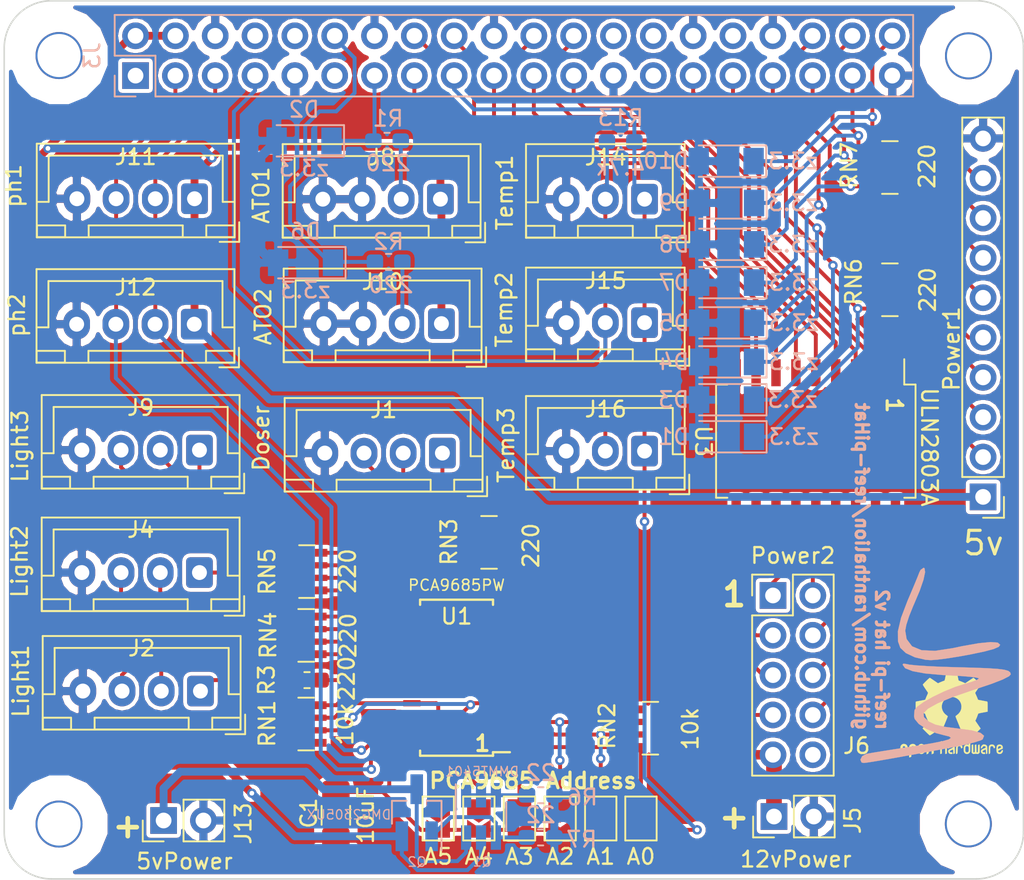
<source format=kicad_pcb>
(kicad_pcb (version 20171130) (host pcbnew "(5.0.1)-3")
  (layers (0 F.Cu signal) (31 B.Cu signal) (34 B.Paste user) (35 F.Paste user) (36 B.SilkS user) (37 F.SilkS user) (38 B.Mask user) (39 F.Mask user) (44 Edge.Cuts user))
  (net 0 "")
  (net 1 GND)
  (net 2 /P3V3_HAT)
  (net 3 /P5V)
  (net 4 "Net-(J3-Pad8)")
  (net 5 "Net-(J3-Pad10)")
  (net 6 "Net-(J3-Pad26)")
  (net 7 "Net-(J3-Pad32)")
  (net 8 "Net-(J1-Pad3)")
  (net 9 "Net-(J1-Pad2)")
  (net 10 "Net-(J1-Pad1)")
  (net 11 "Net-(J2-Pad1)")
  (net 12 "Net-(J2-Pad2)")
  (net 13 "Net-(J2-Pad3)")
  (net 14 /SDA)
  (net 15 /SCL)
  (net 16 /1WIRE)
  (net 17 /PA1)
  (net 18 /PA2)
  (net 19 /PA3)
  (net 20 /PA6)
  (net 21 /PA7)
  (net 22 /PA4)
  (net 23 /PA5)
  (net 24 /PA8)
  (net 25 /ATO2)
  (net 26 /ATO1)
  (net 27 /PB5)
  (net 28 /PB4)
  (net 29 /PB3)
  (net 30 /PB2)
  (net 31 /PB8)
  (net 32 /PB1)
  (net 33 /PB7)
  (net 34 /PB6)
  (net 35 "Net-(J4-Pad1)")
  (net 36 "Net-(J4-Pad2)")
  (net 37 "Net-(J4-Pad3)")
  (net 38 /12V)
  (net 39 "Net-(J6-Pad1)")
  (net 40 "Net-(J6-Pad2)")
  (net 41 "Net-(J6-Pad3)")
  (net 42 "Net-(J6-Pad4)")
  (net 43 "Net-(J6-Pad6)")
  (net 44 "Net-(J6-Pad7)")
  (net 45 "Net-(J6-Pad8)")
  (net 46 "Net-(J6-Pad10)")
  (net 47 "Net-(J6-Pad5)")
  (net 48 "Net-(J3-Pad11)")
  (net 49 /P5V_HAT)
  (net 50 "Net-(Q1-Pad1)")
  (net 51 /P3V3)
  (net 52 "Net-(Q1-Pad4)")
  (net 53 "Net-(J3-Pad27)")
  (net 54 "Net-(J3-Pad28)")
  (net 55 "Net-(J7-Pad2)")
  (net 56 "Net-(J7-Pad3)")
  (net 57 "Net-(J7-Pad4)")
  (net 58 "Net-(J7-Pad5)")
  (net 59 "Net-(J7-Pad6)")
  (net 60 "Net-(J7-Pad7)")
  (net 61 "Net-(J7-Pad8)")
  (net 62 "Net-(J7-Pad9)")
  (net 63 "Net-(J8-Pad2)")
  (net 64 "Net-(J9-Pad1)")
  (net 65 "Net-(J9-Pad2)")
  (net 66 "Net-(J9-Pad3)")
  (net 67 "Net-(J10-Pad2)")
  (net 68 /A0)
  (net 69 /A1)
  (net 70 /A2)
  (net 71 /A3)
  (net 72 /A4)
  (net 73 /A5)
  (net 74 "Net-(RN3-Pad4)")
  (net 75 "Net-(RN3-Pad5)")
  (net 76 /LED15)
  (net 77 /LED10)
  (net 78 /LED9)
  (net 79 /LED7)
  (net 80 /LED8)
  (net 81 /LED3)
  (net 82 /LED4)
  (net 83 /LED5)
  (net 84 /LED6)
  (net 85 /LED11)
  (net 86 /LED12)
  (net 87 /LED13)
  (net 88 /LED14)
  (net 89 /LED0)
  (net 90 /LED1)
  (net 91 /LED2)
  (net 92 /OE)
  (net 93 "Net-(RN1-Pad4)")
  (net 94 "Net-(RN1-Pad5)")
  (module Package_SO:TSSOP-28_4.4x9.7mm_P0.65mm (layer F.Cu) (at 107.3912 103.9876 180)
    (fp_text reference U1 (at 0 3.9116 180) (layer F.SilkS))
    (fp_text value PCA9685PW (at 0 5.9 180) (layer F.SilkS) (effects (font (size 0.7 0.7) (thickness 0.1))))
    (pad 1 smd rect (at -2.85 -4.225 180) (size 1.1 0.4) (layers F.Cu F.Paste F.Mask) (net 68 /A0))
    (pad 2 smd rect (at -2.85 -3.575 180) (size 1.1 0.4) (layers F.Cu F.Paste F.Mask) (net 69 /A1))
    (pad 3 smd rect (at -2.85 -2.925 180) (size 1.1 0.4) (layers F.Cu F.Paste F.Mask) (net 70 /A2))
    (pad 4 smd rect (at -2.85 -2.275 180) (size 1.1 0.4) (layers F.Cu F.Paste F.Mask) (net 71 /A3))
    (pad 5 smd rect (at -2.85 -1.625 180) (size 1.1 0.4) (layers F.Cu F.Paste F.Mask) (net 72 /A4))
    (pad 6 smd rect (at -2.85 -0.975 180) (size 1.1 0.4) (layers F.Cu F.Paste F.Mask) (net 89 /LED0))
    (pad 7 smd rect (at -2.85 -0.325 180) (size 1.1 0.4) (layers F.Cu F.Paste F.Mask) (net 90 /LED1))
    (pad 8 smd rect (at -2.85 0.325 180) (size 1.1 0.4) (layers F.Cu F.Paste F.Mask) (net 91 /LED2))
    (pad 9 smd rect (at -2.85 0.975 180) (size 1.1 0.4) (layers F.Cu F.Paste F.Mask) (net 81 /LED3))
    (pad 10 smd rect (at -2.85 1.625 180) (size 1.1 0.4) (layers F.Cu F.Paste F.Mask) (net 82 /LED4))
    (pad 11 smd rect (at -2.85 2.275 180) (size 1.1 0.4) (layers F.Cu F.Paste F.Mask) (net 83 /LED5))
    (pad 12 smd rect (at -2.85 2.925 180) (size 1.1 0.4) (layers F.Cu F.Paste F.Mask) (net 84 /LED6))
    (pad 13 smd rect (at -2.85 3.575 180) (size 1.1 0.4) (layers F.Cu F.Paste F.Mask) (net 79 /LED7))
    (pad 14 smd rect (at -2.85 4.225 180) (size 1.1 0.4) (layers F.Cu F.Paste F.Mask) (net 1 GND))
    (pad 15 smd rect (at 2.85 4.225 180) (size 1.1 0.4) (layers F.Cu F.Paste F.Mask) (net 80 /LED8))
    (pad 16 smd rect (at 2.85 3.575 180) (size 1.1 0.4) (layers F.Cu F.Paste F.Mask) (net 78 /LED9))
    (pad 17 smd rect (at 2.85 2.925 180) (size 1.1 0.4) (layers F.Cu F.Paste F.Mask) (net 77 /LED10))
    (pad 18 smd rect (at 2.85 2.275 180) (size 1.1 0.4) (layers F.Cu F.Paste F.Mask) (net 85 /LED11))
    (pad 19 smd rect (at 2.85 1.625 180) (size 1.1 0.4) (layers F.Cu F.Paste F.Mask) (net 86 /LED12))
    (pad 20 smd rect (at 2.85 0.975 180) (size 1.1 0.4) (layers F.Cu F.Paste F.Mask) (net 87 /LED13))
    (pad 21 smd rect (at 2.85 0.325 180) (size 1.1 0.4) (layers F.Cu F.Paste F.Mask) (net 88 /LED14))
    (pad 22 smd rect (at 2.85 -0.325 180) (size 1.1 0.4) (layers F.Cu F.Paste F.Mask) (net 76 /LED15))
    (pad 23 smd rect (at 2.85 -0.975 180) (size 1.1 0.4) (layers F.Cu F.Paste F.Mask) (net 92 /OE))
    (pad 24 smd rect (at 2.85 -1.625 180) (size 1.1 0.4) (layers F.Cu F.Paste F.Mask) (net 73 /A5))
    (pad 25 smd rect (at 2.85 -2.275 180) (size 1.1 0.4) (layers F.Cu F.Paste F.Mask) (net 1 GND))
    (pad 26 smd rect (at 2.85 -2.925 180) (size 1.1 0.4) (layers F.Cu F.Paste F.Mask) (net 15 /SCL))
    (pad 27 smd rect (at 2.85 -3.575 180) (size 1.1 0.4) (layers F.Cu F.Paste F.Mask) (net 14 /SDA))
    (pad 28 smd rect (at 2.85 -4.225 180) (size 1.1 0.4) (layers F.Cu F.Paste F.Mask) (net 2 /P3V3_HAT))
  )
  (module Connectors_JST:JST_XH_B03B-XH-A_1x03_P2.50mm_Vertical (layer F.Cu) (at 119.38 81.3435 180)
    (fp_text reference J15 (at 2.4765 2.667 180) (layer F.SilkS))
    (fp_text value Temp2 (at 8.9535 0.8255 270) (layer F.SilkS))
    (pad 3 thru_hole oval (at 5 0 180) (size 1.7 1.95) (drill 0.95) (layers *.Cu *.Mask) (net 1 GND))
    (pad 2 thru_hole oval (at 2.5 0 180) (size 1.7 1.95) (drill 0.95) (layers *.Cu *.Mask) (net 16 /1WIRE))
    (pad 1 thru_hole roundrect (at 0 0 180) (size 1.7 1.95) (drill 0.95) (layers *.Cu *.Mask) (roundrect_rratio 0.147059) (net 2 /P3V3_HAT))
  )
  (module Connector_JST:JST_XH_B04B-XH-A_1x04_P2.50mm_Vertical (layer F.Cu) (at 91.059 104.8385 180)
    (fp_text reference J2 (at 3.75 2.7305 180) (layer F.SilkS))
    (fp_text value Light1 (at 11.4554 0.635 270) (layer F.SilkS))
    (pad 1 thru_hole roundrect (at 0 0 180) (size 1.7 1.95) (drill 0.95) (layers *.Cu *.Mask) (roundrect_rratio 0.147059) (net 11 "Net-(J2-Pad1)"))
    (pad 2 thru_hole oval (at 2.5 0 180) (size 1.7 1.95) (drill 0.95) (layers *.Cu *.Mask) (net 12 "Net-(J2-Pad2)"))
    (pad 3 thru_hole oval (at 5 0 180) (size 1.7 1.95) (drill 0.95) (layers *.Cu *.Mask) (net 13 "Net-(J2-Pad3)"))
    (pad 4 thru_hole oval (at 7.5 0 180) (size 1.7 1.95) (drill 0.95) (layers *.Cu *.Mask) (net 1 GND))
  )
  (module Connector_PinSocket_2.54mm:PinSocket_2x20_P2.54mm_Vertical (layer B.Cu) (at 86.92 65.59 270)
    (fp_text reference J3 (at -1.27 2.77 270) (layer B.SilkS) (effects (justify mirror)))
    (fp_text value 40HAT)
    (pad 1 thru_hole rect (at 0 0 270) (size 1.7 1.7) (drill 1) (layers *.Cu *.Mask) (net 51 /P3V3))
    (pad 2 thru_hole oval (at -2.54 0 270) (size 1.7 1.7) (drill 1) (layers *.Cu *.Mask) (net 49 /P5V_HAT))
    (pad 3 thru_hole oval (at 0 -2.54 270) (size 1.7 1.7) (drill 1) (layers *.Cu *.Mask) (net 14 /SDA))
    (pad 4 thru_hole oval (at -2.54 -2.54 270) (size 1.7 1.7) (drill 1) (layers *.Cu *.Mask) (net 49 /P5V_HAT))
    (pad 5 thru_hole oval (at 0 -5.08 270) (size 1.7 1.7) (drill 1) (layers *.Cu *.Mask) (net 15 /SCL))
    (pad 6 thru_hole oval (at -2.54 -5.08 270) (size 1.7 1.7) (drill 1) (layers *.Cu *.Mask) (net 1 GND))
    (pad 7 thru_hole oval (at 0 -7.62 270) (size 1.7 1.7) (drill 1) (layers *.Cu *.Mask) (net 16 /1WIRE))
    (pad 8 thru_hole oval (at -2.54 -7.62 270) (size 1.7 1.7) (drill 1) (layers *.Cu *.Mask) (net 4 "Net-(J3-Pad8)"))
    (pad 9 thru_hole oval (at 0 -10.16 270) (size 1.7 1.7) (drill 1) (layers *.Cu *.Mask) (net 1 GND))
    (pad 10 thru_hole oval (at -2.54 -10.16 270) (size 1.7 1.7) (drill 1) (layers *.Cu *.Mask) (net 5 "Net-(J3-Pad10)"))
    (pad 11 thru_hole oval (at 0 -12.7 270) (size 1.7 1.7) (drill 1) (layers *.Cu *.Mask) (net 48 "Net-(J3-Pad11)"))
    (pad 12 thru_hole oval (at -2.54 -12.7 270) (size 1.7 1.7) (drill 1) (layers *.Cu *.Mask) (net 25 /ATO2))
    (pad 13 thru_hole oval (at 0 -15.24 270) (size 1.7 1.7) (drill 1) (layers *.Cu *.Mask) (net 26 /ATO1))
    (pad 14 thru_hole oval (at -2.54 -15.24 270) (size 1.7 1.7) (drill 1) (layers *.Cu *.Mask) (net 1 GND))
    (pad 15 thru_hole oval (at 0 -17.78 270) (size 1.7 1.7) (drill 1) (layers *.Cu *.Mask) (net 24 /PA8))
    (pad 16 thru_hole oval (at -2.54 -17.78 270) (size 1.7 1.7) (drill 1) (layers *.Cu *.Mask) (net 21 /PA7))
    (pad 17 thru_hole oval (at 0 -20.32 270) (size 1.7 1.7) (drill 1) (layers *.Cu *.Mask) (net 2 /P3V3_HAT))
    (pad 18 thru_hole oval (at -2.54 -20.32 270) (size 1.7 1.7) (drill 1) (layers *.Cu *.Mask) (net 20 /PA6))
    (pad 19 thru_hole oval (at 0 -22.86 270) (size 1.7 1.7) (drill 1) (layers *.Cu *.Mask) (net 23 /PA5))
    (pad 20 thru_hole oval (at -2.54 -22.86 270) (size 1.7 1.7) (drill 1) (layers *.Cu *.Mask) (net 1 GND))
    (pad 21 thru_hole oval (at 0 -25.4 270) (size 1.7 1.7) (drill 1) (layers *.Cu *.Mask) (net 19 /PA3))
    (pad 22 thru_hole oval (at -2.54 -25.4 270) (size 1.7 1.7) (drill 1) (layers *.Cu *.Mask) (net 22 /PA4))
    (pad 23 thru_hole oval (at 0 -27.94 270) (size 1.7 1.7) (drill 1) (layers *.Cu *.Mask) (net 17 /PA1))
    (pad 24 thru_hole oval (at -2.54 -27.94 270) (size 1.7 1.7) (drill 1) (layers *.Cu *.Mask) (net 18 /PA2))
    (pad 25 thru_hole oval (at 0 -30.48 270) (size 1.7 1.7) (drill 1) (layers *.Cu *.Mask) (net 1 GND))
    (pad 26 thru_hole oval (at -2.54 -30.48 270) (size 1.7 1.7) (drill 1) (layers *.Cu *.Mask) (net 6 "Net-(J3-Pad26)"))
    (pad 27 thru_hole oval (at 0 -33.02 270) (size 1.7 1.7) (drill 1) (layers *.Cu *.Mask) (net 53 "Net-(J3-Pad27)"))
    (pad 28 thru_hole oval (at -2.54 -33.02 270) (size 1.7 1.7) (drill 1) (layers *.Cu *.Mask) (net 54 "Net-(J3-Pad28)"))
    (pad 29 thru_hole oval (at 0 -35.56 270) (size 1.7 1.7) (drill 1) (layers *.Cu *.Mask) (net 31 /PB8))
    (pad 30 thru_hole oval (at -2.54 -35.56 270) (size 1.7 1.7) (drill 1) (layers *.Cu *.Mask) (net 1 GND))
    (pad 31 thru_hole oval (at 0 -38.1 270) (size 1.7 1.7) (drill 1) (layers *.Cu *.Mask) (net 33 /PB7))
    (pad 32 thru_hole oval (at -2.54 -38.1 270) (size 1.7 1.7) (drill 1) (layers *.Cu *.Mask) (net 7 "Net-(J3-Pad32)"))
    (pad 33 thru_hole oval (at 0 -40.64 270) (size 1.7 1.7) (drill 1) (layers *.Cu *.Mask) (net 34 /PB6))
    (pad 34 thru_hole oval (at -2.54 -40.64 270) (size 1.7 1.7) (drill 1) (layers *.Cu *.Mask) (net 1 GND))
    (pad 35 thru_hole oval (at 0 -43.18 270) (size 1.7 1.7) (drill 1) (layers *.Cu *.Mask) (net 28 /PB4))
    (pad 36 thru_hole oval (at -2.54 -43.18 270) (size 1.7 1.7) (drill 1) (layers *.Cu *.Mask) (net 27 /PB5))
    (pad 37 thru_hole oval (at 0 -45.72 270) (size 1.7 1.7) (drill 1) (layers *.Cu *.Mask) (net 30 /PB2))
    (pad 38 thru_hole oval (at -2.54 -45.72 270) (size 1.7 1.7) (drill 1) (layers *.Cu *.Mask) (net 29 /PB3))
    (pad 39 thru_hole oval (at 0 -48.26 270) (size 1.7 1.7) (drill 1) (layers *.Cu *.Mask) (net 1 GND))
    (pad 40 thru_hole oval (at -2.54 -48.26 270) (size 1.7 1.7) (drill 1) (layers *.Cu *.Mask) (net 32 /PB1))
  )
  (module project_footprints:NPTH_3mm_ID (layer F.Cu) (at 82.04 64.31)
    (fp_text reference H1 (at 0.06 0.09) (layer F.SilkS))
    (fp_text value 3mm_Mounting_Hole hide)
    (pad "" np_thru_hole circle (at 0 0) (size 3 3) (drill 2.75) (layers *.Cu *.Mask) (clearance 1.6))
  )
  (module project_footprints:NPTH_3mm_ID (layer F.Cu) (at 140.04 64.33)
    (fp_text reference H2 (at 0.06 0.09) (layer F.SilkS))
    (fp_text value 3mm_Mounting_Hole hide)
    (pad "" np_thru_hole circle (at 0 0) (size 3 3) (drill 2.75) (layers *.Cu *.Mask) (clearance 1.6))
  )
  (module project_footprints:NPTH_3mm_ID (layer F.Cu) (at 82.04 113.32)
    (fp_text reference H3 (at 0.06 0.09) (layer F.SilkS))
    (fp_text value 3mm_Mounting_Hole hide)
    (pad "" np_thru_hole circle (at 0 0) (size 3 3) (drill 2.75) (layers *.Cu *.Mask) (clearance 1.6))
  )
  (module project_footprints:NPTH_3mm_ID (layer F.Cu) (at 140.03 113.31)
    (fp_text reference H4 (at 0.06 0.09) (layer F.SilkS))
    (fp_text value 3mm_Mounting_Hole hide)
    (pad "" np_thru_hole circle (at 0 0) (size 3 3) (drill 2.75) (layers *.Cu *.Mask) (clearance 1.6))
  )
  (module Connector_JST:JST_XH_B04B-XH-A_1x04_P2.50mm_Vertical (layer F.Cu) (at 106.4895 89.662 180)
    (fp_text reference J1 (at 3.75 2.75 180) (layer F.SilkS))
    (fp_text value Doser (at 11.557 0.9525 270) (layer F.SilkS))
    (pad 4 thru_hole oval (at 7.5 0 180) (size 1.7 1.95) (drill 0.95) (layers *.Cu *.Mask) (net 1 GND))
    (pad 3 thru_hole oval (at 5 0 180) (size 1.7 1.95) (drill 0.95) (layers *.Cu *.Mask) (net 8 "Net-(J1-Pad3)"))
    (pad 2 thru_hole oval (at 2.5 0 180) (size 1.7 1.95) (drill 0.95) (layers *.Cu *.Mask) (net 9 "Net-(J1-Pad2)"))
    (pad 1 thru_hole roundrect (at 0 0 180) (size 1.7 1.95) (drill 0.95) (layers *.Cu *.Mask) (roundrect_rratio 0.147059) (net 10 "Net-(J1-Pad1)"))
  )
  (module Connectors_JST:JST_XH_B04B-XH-A_1x04_P2.50mm_Vertical (layer F.Cu) (at 90.9955 97.282 180)
    (fp_text reference J4 (at 3.7465 2.7305 180) (layer F.SilkS))
    (fp_text value Light2 (at 11.4681 0.7112 270) (layer F.SilkS))
    (pad 1 thru_hole roundrect (at 0 0 180) (size 1.7 1.95) (drill 0.95) (layers *.Cu *.Mask) (roundrect_rratio 0.147059) (net 35 "Net-(J4-Pad1)"))
    (pad 2 thru_hole oval (at 2.5 0 180) (size 1.7 1.95) (drill 0.95) (layers *.Cu *.Mask) (net 36 "Net-(J4-Pad2)"))
    (pad 3 thru_hole oval (at 5 0 180) (size 1.7 1.95) (drill 0.95) (layers *.Cu *.Mask) (net 37 "Net-(J4-Pad3)"))
    (pad 4 thru_hole oval (at 7.5 0 180) (size 1.7 1.95) (drill 0.95) (layers *.Cu *.Mask) (net 1 GND))
  )
  (module Connectors_JST:JST_XH_B04B-XH-A_1x04_P2.50mm_Vertical (layer F.Cu) (at 106.3625 73.4695 180)
    (fp_text reference J8 (at 3.7465 2.667 180) (layer F.SilkS))
    (fp_text value ATO1 (at 11.43 0.254 270) (layer F.SilkS))
    (pad 1 thru_hole roundrect (at 0 0 180) (size 1.7 1.95) (drill 0.95) (layers *.Cu *.Mask) (roundrect_rratio 0.147059) (net 49 /P5V_HAT))
    (pad 2 thru_hole oval (at 2.5 0 180) (size 1.7 1.95) (drill 0.95) (layers *.Cu *.Mask) (net 63 "Net-(J8-Pad2)"))
    (pad 3 thru_hole oval (at 5 0 180) (size 1.7 1.95) (drill 0.95) (layers *.Cu *.Mask) (net 1 GND))
    (pad 4 thru_hole oval (at 7.5 0 180) (size 1.7 1.95) (drill 0.95) (layers *.Cu *.Mask) (net 1 GND))
  )
  (module Connectors_JST:JST_XH_B04B-XH-A_1x04_P2.50mm_Vertical (layer F.Cu) (at 106.426 81.407 180)
    (fp_text reference J10 (at 3.7465 2.667 180) (layer F.SilkS))
    (fp_text value ATO2 (at 11.3665 0.4445 270) (layer F.SilkS))
    (pad 4 thru_hole oval (at 7.5 0 180) (size 1.7 1.95) (drill 0.95) (layers *.Cu *.Mask) (net 1 GND))
    (pad 3 thru_hole oval (at 5 0 180) (size 1.7 1.95) (drill 0.95) (layers *.Cu *.Mask) (net 1 GND))
    (pad 2 thru_hole oval (at 2.5 0 180) (size 1.7 1.95) (drill 0.95) (layers *.Cu *.Mask) (net 67 "Net-(J10-Pad2)"))
    (pad 1 thru_hole roundrect (at 0 0 180) (size 1.7 1.95) (drill 0.95) (layers *.Cu *.Mask) (roundrect_rratio 0.147059) (net 49 /P5V_HAT))
  )
  (module Connectors_JST:JST_XH_B04B-XH-A_1x04_P2.50mm_Vertical (layer F.Cu) (at 90.680683 73.441538 180)
    (fp_text reference J11 (at 3.75 2.667 180) (layer F.SilkS))
    (fp_text value ph1 (at 11.557 0.8255 270) (layer F.SilkS))
    (pad 1 thru_hole roundrect (at 0 0 180) (size 1.7 1.95) (drill 0.95) (layers *.Cu *.Mask) (roundrect_rratio 0.147059) (net 49 /P5V_HAT))
    (pad 2 thru_hole oval (at 2.5 0 180) (size 1.7 1.95) (drill 0.95) (layers *.Cu *.Mask) (net 15 /SCL))
    (pad 3 thru_hole oval (at 5 0 180) (size 1.7 1.95) (drill 0.95) (layers *.Cu *.Mask) (net 14 /SDA))
    (pad 4 thru_hole oval (at 7.5 0 180) (size 1.7 1.95) (drill 0.95) (layers *.Cu *.Mask) (net 1 GND))
  )
  (module Connectors_JST:JST_XH_B04B-XH-A_1x04_P2.50mm_Vertical (layer F.Cu) (at 90.664183 81.442538 180)
    (fp_text reference J12 (at 3.7465 2.3495 180) (layer F.SilkS))
    (fp_text value ph2 (at 11.314583 0.5715 270) (layer F.SilkS))
    (pad 4 thru_hole oval (at 7.5 0 180) (size 1.7 1.95) (drill 0.95) (layers *.Cu *.Mask) (net 1 GND))
    (pad 3 thru_hole oval (at 5 0 180) (size 1.7 1.95) (drill 0.95) (layers *.Cu *.Mask) (net 14 /SDA))
    (pad 2 thru_hole oval (at 2.5 0 180) (size 1.7 1.95) (drill 0.95) (layers *.Cu *.Mask) (net 15 /SCL))
    (pad 1 thru_hole roundrect (at 0 0 180) (size 1.7 1.95) (drill 0.95) (layers *.Cu *.Mask) (roundrect_rratio 0.147059) (net 49 /P5V_HAT))
  )
  (module Connector_PinHeader_2.54mm:PinHeader_1x02_P2.54mm_Vertical (layer F.Cu) (at 88.7095 113.0935 90)
    (fp_text reference J13 (at -0.1905 5.08 270) (layer F.SilkS))
    (fp_text value 5vPower (at -2.6035 1.3335 180) (layer F.SilkS))
    (pad 1 thru_hole rect (at 0 0 90) (size 1.7 1.7) (drill 1) (layers *.Cu *.Mask) (net 3 /P5V))
    (pad 2 thru_hole oval (at 0 2.54 90) (size 1.7 1.7) (drill 1) (layers *.Cu *.Mask) (net 1 GND))
  )
  (module Connectors_JST:JST_XH_B03B-XH-A_1x03_P2.50mm_Vertical (layer F.Cu) (at 119.38 73.4695 180)
    (fp_text reference J14 (at 2.4765 2.667 180) (layer F.SilkS))
    (fp_text value Temp1 (at 8.9154 0.4191 270) (layer F.SilkS))
    (pad 1 thru_hole roundrect (at 0 0 180) (size 1.7 1.95) (drill 0.95) (layers *.Cu *.Mask) (roundrect_rratio 0.147059) (net 2 /P3V3_HAT))
    (pad 2 thru_hole oval (at 2.5 0 180) (size 1.7 1.95) (drill 0.95) (layers *.Cu *.Mask) (net 16 /1WIRE))
    (pad 3 thru_hole oval (at 5 0 180) (size 1.7 1.95) (drill 0.95) (layers *.Cu *.Mask) (net 1 GND))
  )
  (module Connectors_JST:JST_XH_B03B-XH-A_1x03_P2.50mm_Vertical (layer F.Cu) (at 119.38 89.535 180)
    (fp_text reference J16 (at 2.4765 2.667 180) (layer F.SilkS))
    (fp_text value Temp3 (at 8.8265 0.381 270) (layer F.SilkS))
    (pad 1 thru_hole roundrect (at 0 0 180) (size 1.7 1.95) (drill 0.95) (layers *.Cu *.Mask) (roundrect_rratio 0.147059) (net 2 /P3V3_HAT))
    (pad 2 thru_hole oval (at 2.5 0 180) (size 1.7 1.95) (drill 0.95) (layers *.Cu *.Mask) (net 16 /1WIRE))
    (pad 3 thru_hole oval (at 5 0 180) (size 1.7 1.95) (drill 0.95) (layers *.Cu *.Mask) (net 1 GND))
  )
  (module Package_SO:SOP-18_7.0x12.5mm_P1.27mm (layer F.Cu) (at 130.302 88.9 270)
    (fp_text reference U3 (at 0 7.1755 270 unlocked) (layer F.SilkS))
    (fp_text value ULN2803A (at 0.381 -7.239 270 unlocked) (layer F.SilkS))
    (pad 1 smd rect (at -4.3625 -5.08 270) (size 1.725 0.6) (layers F.Cu F.Paste F.Mask) (net 17 /PA1))
    (pad 2 smd rect (at -4.3625 -3.81 270) (size 1.725 0.6) (layers F.Cu F.Paste F.Mask) (net 18 /PA2))
    (pad 3 smd rect (at -4.3625 -2.54 270) (size 1.725 0.6) (layers F.Cu F.Paste F.Mask) (net 19 /PA3))
    (pad 4 smd rect (at -4.3625 -1.27 270) (size 1.725 0.6) (layers F.Cu F.Paste F.Mask) (net 22 /PA4))
    (pad 5 smd rect (at -4.3625 0 270) (size 1.725 0.6) (layers F.Cu F.Paste F.Mask) (net 23 /PA5))
    (pad 6 smd rect (at -4.3625 1.27 270) (size 1.725 0.6) (layers F.Cu F.Paste F.Mask) (net 20 /PA6))
    (pad 7 smd rect (at -4.3625 2.54 270) (size 1.725 0.6) (layers F.Cu F.Paste F.Mask) (net 21 /PA7))
    (pad 8 smd rect (at -4.3625 3.81 270) (size 1.725 0.6) (layers F.Cu F.Paste F.Mask) (net 24 /PA8))
    (pad 9 smd rect (at -4.3625 5.08 270) (size 1.725 0.6) (layers F.Cu F.Paste F.Mask) (net 1 GND))
    (pad 18 smd rect (at 4.3625 -5.08 270) (size 1.725 0.6) (layers F.Cu F.Paste F.Mask) (net 45 "Net-(J6-Pad8)"))
    (pad 17 smd rect (at 4.3625 -3.81 270) (size 1.725 0.6) (layers F.Cu F.Paste F.Mask) (net 43 "Net-(J6-Pad6)"))
    (pad 16 smd rect (at 4.3625 -2.54 270) (size 1.725 0.6) (layers F.Cu F.Paste F.Mask) (net 42 "Net-(J6-Pad4)"))
    (pad 15 smd rect (at 4.3625 -1.27 270) (size 1.725 0.6) (layers F.Cu F.Paste F.Mask) (net 40 "Net-(J6-Pad2)"))
    (pad 14 smd rect (at 4.3625 0 270) (size 1.725 0.6) (layers F.Cu F.Paste F.Mask) (net 39 "Net-(J6-Pad1)"))
    (pad 13 smd rect (at 4.3625 1.27 270) (size 1.725 0.6) (layers F.Cu F.Paste F.Mask) (net 41 "Net-(J6-Pad3)"))
    (pad 12 smd rect (at 4.3625 2.54 270) (size 1.725 0.6) (layers F.Cu F.Paste F.Mask) (net 47 "Net-(J6-Pad5)"))
    (pad 11 smd rect (at 4.3625 3.81 270) (size 1.725 0.6) (layers F.Cu F.Paste F.Mask) (net 44 "Net-(J6-Pad7)"))
    (pad 10 smd rect (at 4.3625 5.08 270) (size 1.725 0.6) (layers F.Cu F.Paste F.Mask) (net 38 /12V))
  )
  (module Capacitor_SMD:C_1206_3216Metric_Pad1.42x1.75mm_HandSolder (layer F.Cu) (at 99.695 112.7649 270)
    (fp_text reference C1 (at -0.1413 1.7272 270) (layer F.SilkS))
    (fp_text value 10uF (at -0.0143 -1.905 90) (layer F.SilkS))
    (pad 1 smd roundrect (at -1.4875 0 270) (size 1.425 1.75) (layers F.Cu F.Paste F.Mask) (roundrect_rratio 0.175439) (net 2 /P3V3_HAT))
    (pad 2 smd roundrect (at 1.4875 0 270) (size 1.425 1.75) (layers F.Cu F.Paste F.Mask) (roundrect_rratio 0.175439) (net 1 GND))
  )
  (module Connector_PinHeader_2.54mm:PinHeader_1x10_P2.54mm_Vertical (layer F.Cu) (at 140.97 92.456 180)
    (fp_text reference J7 hide)
    (fp_text value Power1 (at 2.0066 9.4488 270) (layer F.SilkS))
    (pad 1 thru_hole rect (at 0 0 180) (size 1.7 1.7) (drill 1) (layers *.Cu *.Mask) (net 49 /P5V_HAT))
    (pad 2 thru_hole oval (at 0 2.54 180) (size 1.7 1.7) (drill 1) (layers *.Cu *.Mask) (net 55 "Net-(J7-Pad2)"))
    (pad 3 thru_hole oval (at 0 5.08 180) (size 1.7 1.7) (drill 1) (layers *.Cu *.Mask) (net 56 "Net-(J7-Pad3)"))
    (pad 4 thru_hole oval (at 0 7.62 180) (size 1.7 1.7) (drill 1) (layers *.Cu *.Mask) (net 57 "Net-(J7-Pad4)"))
    (pad 5 thru_hole oval (at 0 10.16 180) (size 1.7 1.7) (drill 1) (layers *.Cu *.Mask) (net 58 "Net-(J7-Pad5)"))
    (pad 6 thru_hole oval (at 0 12.7 180) (size 1.7 1.7) (drill 1) (layers *.Cu *.Mask) (net 59 "Net-(J7-Pad6)"))
    (pad 7 thru_hole oval (at 0 15.24 180) (size 1.7 1.7) (drill 1) (layers *.Cu *.Mask) (net 60 "Net-(J7-Pad7)"))
    (pad 8 thru_hole oval (at 0 17.78 180) (size 1.7 1.7) (drill 1) (layers *.Cu *.Mask) (net 61 "Net-(J7-Pad8)"))
    (pad 9 thru_hole oval (at 0 20.32 180) (size 1.7 1.7) (drill 1) (layers *.Cu *.Mask) (net 62 "Net-(J7-Pad9)"))
    (pad 10 thru_hole oval (at 0 22.86 180) (size 1.7 1.7) (drill 1) (layers *.Cu *.Mask) (net 1 GND))
  )
  (module Connector_PinHeader_2.54mm:PinHeader_1x02_P2.54mm_Vertical (layer F.Cu) (at 127.635 112.8395 90)
    (fp_text reference J5 (at -0.254 5.0165 90) (layer F.SilkS))
    (fp_text value 12vPower (at -2.7305 1.397 180) (layer F.SilkS))
    (pad 1 thru_hole rect (at 0 0 90) (size 1.7 1.7) (drill 1) (layers *.Cu *.Mask) (net 38 /12V))
    (pad 2 thru_hole oval (at 0 2.54 90) (size 1.7 1.7) (drill 1) (layers *.Cu *.Mask) (net 1 GND))
  )
  (module Connector_PinHeader_2.54mm:PinHeader_2x05_P2.54mm_Vertical (layer F.Cu) (at 127.5715 98.7425)
    (fp_text reference J6 (at 5.334 9.5885) (layer F.SilkS))
    (fp_text value Power2 (at 1.27 -2.54) (layer F.SilkS))
    (pad 1 thru_hole rect (at 0 0) (size 1.7 1.7) (drill 1) (layers *.Cu *.Mask) (net 39 "Net-(J6-Pad1)"))
    (pad 2 thru_hole oval (at 2.54 0) (size 1.7 1.7) (drill 1) (layers *.Cu *.Mask) (net 40 "Net-(J6-Pad2)"))
    (pad 3 thru_hole oval (at 0 2.54) (size 1.7 1.7) (drill 1) (layers *.Cu *.Mask) (net 41 "Net-(J6-Pad3)"))
    (pad 4 thru_hole oval (at 2.54 2.54) (size 1.7 1.7) (drill 1) (layers *.Cu *.Mask) (net 42 "Net-(J6-Pad4)"))
    (pad 5 thru_hole oval (at 0 5.08) (size 1.7 1.7) (drill 1) (layers *.Cu *.Mask) (net 47 "Net-(J6-Pad5)"))
    (pad 6 thru_hole oval (at 2.54 5.08) (size 1.7 1.7) (drill 1) (layers *.Cu *.Mask) (net 43 "Net-(J6-Pad6)"))
    (pad 7 thru_hole oval (at 0 7.62) (size 1.7 1.7) (drill 1) (layers *.Cu *.Mask) (net 44 "Net-(J6-Pad7)"))
    (pad 8 thru_hole oval (at 2.54 7.62) (size 1.7 1.7) (drill 1) (layers *.Cu *.Mask) (net 45 "Net-(J6-Pad8)"))
    (pad 9 thru_hole oval (at 0 10.16) (size 1.7 1.7) (drill 1) (layers *.Cu *.Mask) (net 38 /12V))
    (pad 10 thru_hole oval (at 2.54 10.16) (size 1.7 1.7) (drill 1) (layers *.Cu *.Mask) (net 46 "Net-(J6-Pad10)"))
  )
  (module Package_TO_SOT_SMD:SOT-23-6_Handsoldering (layer B.Cu) (at 108.9508 112.8306 270)
    (fp_text reference Q1 (at 2.8918 -0.0787 180) (layer B.SilkS) (effects (font (size 0.6 0.6) (thickness 0.08)) (justify mirror)))
    (fp_text value DMMT5401 (at -2.8575 -0.0635 unlocked) (layer B.SilkS) (effects (font (size 0.6 0.6) (thickness 0.08)) (justify mirror)))
    (pad 1 smd rect (at -1.35 0.95 270) (size 1.56 0.65) (layers B.Cu B.Paste B.Mask) (net 50 "Net-(Q1-Pad1)"))
    (pad 2 smd rect (at -1.35 0 270) (size 1.56 0.65) (layers B.Cu B.Paste B.Mask) (net 50 "Net-(Q1-Pad1)"))
    (pad 3 smd rect (at -1.35 -0.95 270) (size 1.56 0.65) (layers B.Cu B.Paste B.Mask) (net 50 "Net-(Q1-Pad1)"))
    (pad 4 smd rect (at 1.35 -0.95 270) (size 1.56 0.65) (layers B.Cu B.Paste B.Mask) (net 52 "Net-(Q1-Pad4)"))
    (pad 6 smd rect (at 1.35 0.95 270) (size 1.56 0.65) (layers B.Cu B.Paste B.Mask) (net 3 /P5V))
    (pad 5 smd rect (at 1.35 0 270) (size 1.56 0.65) (layers B.Cu B.Paste B.Mask) (net 49 /P5V_HAT))
  )
  (module Package_TO_SOT_SMD:SOT-23_Handsoldering (layer B.Cu) (at 104.8512 112.5982 90)
    (fp_text reference Q2 (at -3.1369 0.0127 180) (layer B.SilkS) (effects (font (size 0.6 0.6) (thickness 0.08)) (justify mirror)))
    (fp_text value DMG2305UX (at -0.127 -4.318 180) (layer B.SilkS) (effects (font (size 0.6 0.6) (thickness 0.08)) (justify mirror)))
    (pad 1 smd rect (at -1.5 0.95 90) (size 1.9 0.8) (layers B.Cu B.Paste B.Mask) (net 52 "Net-(Q1-Pad4)"))
    (pad 2 smd rect (at -1.5 -0.95 90) (size 1.9 0.8) (layers B.Cu B.Paste B.Mask) (net 49 /P5V_HAT))
    (pad 3 smd rect (at 1.5 0 90) (size 1.9 0.8) (layers B.Cu B.Paste B.Mask) (net 3 /P5V))
  )
  (module Resistor_SMD:R_0603_1608Metric_Pad1.05x0.95mm_HandSolder (layer B.Cu) (at 102.9602 69.7484 180)
    (fp_text reference R1 (at -0.0622 1.4224 180) (layer B.SilkS) (effects (justify mirror)))
    (fp_text value 220 (at -0.0622 -1.4224 180) (layer B.SilkS) (effects (justify mirror)))
    (pad 1 smd roundrect (at -0.875 0 180) (size 1.05 0.95) (layers B.Cu B.Paste B.Mask) (net 63 "Net-(J8-Pad2)"))
    (pad 2 smd roundrect (at 0.875 0 180) (size 1.05 0.95) (layers B.Cu B.Paste B.Mask) (net 26 /ATO1))
  )
  (module Resistor_SMD:R_0603_1608Metric_Pad1.05x0.95mm_HandSolder (layer B.Cu) (at 103.0605 77.47 180)
    (fp_text reference R2 (at 0.0127 1.2954 180) (layer B.SilkS) (effects (justify mirror)))
    (fp_text value 220 (at -0.1397 -1.4732 180) (layer B.SilkS) (effects (justify mirror)))
    (pad 2 smd roundrect (at 0.875 0 180) (size 1.05 0.95) (layers B.Cu B.Paste B.Mask) (net 25 /ATO2))
    (pad 1 smd roundrect (at -0.875 0 180) (size 1.05 0.95) (layers B.Cu B.Paste B.Mask) (net 67 "Net-(J10-Pad2)"))
  )
  (module Resistor_SMD:R_0603_1608Metric_Pad1.05x0.95mm_HandSolder (layer B.Cu) (at 112.762 111.4806)
    (fp_text reference R6 (at 2.653 0.127) (layer B.SilkS) (effects (justify mirror)))
    (fp_text value 22 (at 0 -1.43) (layer B.SilkS) (effects (justify mirror)))
    (pad 2 smd roundrect (at 0.875 0) (size 1.05 0.95) (layers B.Cu B.Paste B.Mask) (net 1 GND))
    (pad 1 smd roundrect (at -0.875 0) (size 1.05 0.95) (layers B.Cu B.Paste B.Mask) (net 50 "Net-(Q1-Pad1)"))
  )
  (module Resistor_SMD:R_0603_1608Metric_Pad1.05x0.95mm_HandSolder (layer B.Cu) (at 112.7506 114.173)
    (fp_text reference R7 (at 2.6175 0.127) (layer B.SilkS) (effects (justify mirror)))
    (fp_text value 22 (at 0 -1.43) (layer B.SilkS) (effects (justify mirror)))
    (pad 1 smd roundrect (at -0.875 0) (size 1.05 0.95) (layers B.Cu B.Paste B.Mask) (net 52 "Net-(Q1-Pad4)"))
    (pad 2 smd roundrect (at 0.875 0) (size 1.05 0.95) (layers B.Cu B.Paste B.Mask) (net 1 GND))
  )
  (module Diode_SMD:D_MiniMELF (layer B.Cu) (at 124.615 88.6206 180)
    (fp_text reference D1 (at 3.3808 0 180) (layer B.SilkS) (effects (justify mirror)))
    (fp_text value z3.3 (at -4.29 0 180) (layer B.SilkS) (effects (justify mirror)))
    (pad 2 smd rect (at 1.75 0 180) (size 1.3 1.7) (layers B.Cu B.Paste B.Mask) (net 1 GND))
    (pad 1 smd rect (at -1.75 0 180) (size 1.3 1.7) (layers B.Cu B.Paste B.Mask) (net 31 /PB8))
  )
  (module Diode_SMD:D_MiniMELF (layer B.Cu) (at 97.6656 69.7484 180)
    (fp_text reference D2 (at 0 2 180) (layer B.SilkS) (effects (justify mirror)))
    (fp_text value z3.3 (at 0 -1.75 180) (layer B.SilkS) (effects (justify mirror)))
    (pad 1 smd rect (at -1.75 0 180) (size 1.3 1.7) (layers B.Cu B.Paste B.Mask) (net 26 /ATO1))
    (pad 2 smd rect (at 1.75 0 180) (size 1.3 1.7) (layers B.Cu B.Paste B.Mask) (net 1 GND))
  )
  (module Diode_SMD:D_MiniMELF (layer B.Cu) (at 124.6098 86.2584 180)
    (fp_text reference D3 (at 3.3756 0 180) (layer B.SilkS) (effects (justify mirror)))
    (fp_text value z3.3 (at -4.219 0 180) (layer B.SilkS) (effects (justify mirror)))
    (pad 2 smd rect (at 1.75 0 180) (size 1.3 1.7) (layers B.Cu B.Paste B.Mask) (net 1 GND))
    (pad 1 smd rect (at -1.75 0 180) (size 1.3 1.7) (layers B.Cu B.Paste B.Mask) (net 33 /PB7))
  )
  (module Diode_SMD:D_MiniMELF (layer B.Cu) (at 124.6098 83.8454 180)
    (fp_text reference D4 (at 3.3756 0 180) (layer B.SilkS) (effects (justify mirror)))
    (fp_text value z3.3 (at -4.2952 0 180) (layer B.SilkS) (effects (justify mirror)))
    (pad 1 smd rect (at -1.75 0 180) (size 1.3 1.7) (layers B.Cu B.Paste B.Mask) (net 34 /PB6))
    (pad 2 smd rect (at 1.75 0 180) (size 1.3 1.7) (layers B.Cu B.Paste B.Mask) (net 1 GND))
  )
  (module Diode_SMD:D_MiniMELF (layer B.Cu) (at 124.6124 81.3562 180)
    (fp_text reference D5 (at 3.3528 0 180) (layer B.SilkS) (effects (justify mirror)))
    (fp_text value z3.3 (at -4.2926 0 180) (layer B.SilkS) (effects (justify mirror)))
    (pad 1 smd rect (at -1.75 0 180) (size 1.3 1.7) (layers B.Cu B.Paste B.Mask) (net 27 /PB5))
    (pad 2 smd rect (at 1.75 0 180) (size 1.3 1.7) (layers B.Cu B.Paste B.Mask) (net 1 GND))
  )
  (module Diode_SMD:D_MiniMELF (layer B.Cu) (at 97.762 77.5208 180)
    (fp_text reference D6 (at 0 2 180) (layer B.SilkS) (effects (justify mirror)))
    (fp_text value z3.3 (at 0 -1.75 180) (layer B.SilkS) (effects (justify mirror)))
    (pad 2 smd rect (at 1.75 0 180) (size 1.3 1.7) (layers B.Cu B.Paste B.Mask) (net 1 GND))
    (pad 1 smd rect (at -1.75 0 180) (size 1.3 1.7) (layers B.Cu B.Paste B.Mask) (net 25 /ATO2))
  )
  (module Diode_SMD:D_MiniMELF (layer B.Cu) (at 124.6098 78.7908 180)
    (fp_text reference D7 (at 3.3502 0 180) (layer B.SilkS) (effects (justify mirror)))
    (fp_text value z3.3 (at -4.2952 0 180) (layer B.SilkS) (effects (justify mirror)))
    (pad 2 smd rect (at 1.75 0 180) (size 1.3 1.7) (layers B.Cu B.Paste B.Mask) (net 1 GND))
    (pad 1 smd rect (at -1.75 0 180) (size 1.3 1.7) (layers B.Cu B.Paste B.Mask) (net 28 /PB4))
  )
  (module Diode_SMD:D_MiniMELF (layer B.Cu) (at 124.6098 76.3524 180)
    (fp_text reference D8 (at 3.3502 0 180) (layer B.SilkS) (effects (justify mirror)))
    (fp_text value z3.3 (at -4.2444 0 180) (layer B.SilkS) (effects (justify mirror)))
    (pad 1 smd rect (at -1.75 0 180) (size 1.3 1.7) (layers B.Cu B.Paste B.Mask) (net 29 /PB3))
    (pad 2 smd rect (at 1.75 0 180) (size 1.3 1.7) (layers B.Cu B.Paste B.Mask) (net 1 GND))
  )
  (module Diode_SMD:D_MiniMELF (layer B.Cu) (at 124.6124 73.7108 180)
    (fp_text reference D9 (at 3.3528 0.0254 180) (layer B.SilkS) (effects (justify mirror)))
    (fp_text value z3.3 (at -4.2418 0 180) (layer B.SilkS) (effects (justify mirror)))
    (pad 2 smd rect (at 1.75 0 180) (size 1.3 1.7) (layers B.Cu B.Paste B.Mask) (net 1 GND))
    (pad 1 smd rect (at -1.75 0 180) (size 1.3 1.7) (layers B.Cu B.Paste B.Mask) (net 30 /PB2))
  )
  (module Diode_SMD:D_MiniMELF (layer B.Cu) (at 124.5844 71.0438 180)
    (fp_text reference D10 (at 3.8328 0.0254 180) (layer B.SilkS) (effects (justify mirror)))
    (fp_text value z3.3 (at -4.2698 0 180) (layer B.SilkS) (effects (justify mirror)))
    (pad 1 smd rect (at -1.75 0 180) (size 1.3 1.7) (layers B.Cu B.Paste B.Mask) (net 32 /PB1))
    (pad 2 smd rect (at 1.75 0 180) (size 1.3 1.7) (layers B.Cu B.Paste B.Mask) (net 1 GND))
  )
  (module Connectors_JST:JST_XH_B04B-XH-A_1x04_P2.50mm_Vertical (layer F.Cu) (at 90.9955 89.4715 180)
    (fp_text reference J9 (at 3.75 2.7051 180) (layer F.SilkS))
    (fp_text value Light3 (at 11.4427 0.254 270) (layer F.SilkS))
    (pad 1 thru_hole roundrect (at 0 0 180) (size 1.7 1.95) (drill 0.95) (layers *.Cu *.Mask) (roundrect_rratio 0.147059) (net 64 "Net-(J9-Pad1)"))
    (pad 2 thru_hole oval (at 2.5 0 180) (size 1.7 1.95) (drill 0.95) (layers *.Cu *.Mask) (net 65 "Net-(J9-Pad2)"))
    (pad 3 thru_hole oval (at 5 0 180) (size 1.7 1.95) (drill 0.95) (layers *.Cu *.Mask) (net 66 "Net-(J9-Pad3)"))
    (pad 4 thru_hole oval (at 7.5 0 180) (size 1.7 1.95) (drill 0.95) (layers *.Cu *.Mask) (net 1 GND))
  )
  (module Jumper:SolderJumper-2_P1.3mm_Open_TrianglePad1.0x1.5mm (layer F.Cu) (at 119.1514 112.9654 270)
    (fp_text reference A0 (at 2.4268 0) (layer F.SilkS))
    (fp_text value NO)
    (pad 1 smd custom (at -0.725 0 270) (size 0.3 0.3) (layers F.Cu F.Mask) (net 68 /A0) (options (clearance outline) (anchor rect)) (primitives (gr_poly (pts (xy -0.5 -0.75) (xy 0.5 -0.75) (xy 1 0) (xy 0.5 0.75) (xy -0.5 0.75)) (width 0))))
    (pad 2 smd custom (at 0.725 0 270) (size 0.3 0.3) (layers F.Cu F.Mask) (net 2 /P3V3_HAT) (options (clearance outline) (anchor rect)) (primitives (gr_poly (pts (xy -0.65 -0.75) (xy 0.5 -0.75) (xy 0.5 0.75) (xy -0.65 0.75) (xy -0.15 0)) (width 0))))
  )
  (module Jumper:SolderJumper-2_P1.3mm_Open_TrianglePad1.0x1.5mm (layer F.Cu) (at 116.586 112.9654 270)
    (fp_text reference A1 (at 2.4268 0) (layer F.SilkS))
    (fp_text value NO)
    (pad 2 smd custom (at 0.725 0 270) (size 0.3 0.3) (layers F.Cu F.Mask) (net 2 /P3V3_HAT) (options (clearance outline) (anchor rect)) (primitives (gr_poly (pts (xy -0.65 -0.75) (xy 0.5 -0.75) (xy 0.5 0.75) (xy -0.65 0.75) (xy -0.15 0)) (width 0))))
    (pad 1 smd custom (at -0.725 0 270) (size 0.3 0.3) (layers F.Cu F.Mask) (net 69 /A1) (options (clearance outline) (anchor rect)) (primitives (gr_poly (pts (xy -0.5 -0.75) (xy 0.5 -0.75) (xy 1 0) (xy 0.5 0.75) (xy -0.5 0.75)) (width 0))))
  )
  (module Jumper:SolderJumper-2_P1.3mm_Open_TrianglePad1.0x1.5mm (layer F.Cu) (at 113.9952 112.9654 270)
    (fp_text reference A2 (at 2.4268 0) (layer F.SilkS))
    (fp_text value NO)
    (pad 1 smd custom (at -0.725 0 270) (size 0.3 0.3) (layers F.Cu F.Mask) (net 70 /A2) (options (clearance outline) (anchor rect)) (primitives (gr_poly (pts (xy -0.5 -0.75) (xy 0.5 -0.75) (xy 1 0) (xy 0.5 0.75) (xy -0.5 0.75)) (width 0))))
    (pad 2 smd custom (at 0.725 0 270) (size 0.3 0.3) (layers F.Cu F.Mask) (net 2 /P3V3_HAT) (options (clearance outline) (anchor rect)) (primitives (gr_poly (pts (xy -0.65 -0.75) (xy 0.5 -0.75) (xy 0.5 0.75) (xy -0.65 0.75) (xy -0.15 0)) (width 0))))
  )
  (module Jumper:SolderJumper-2_P1.3mm_Open_TrianglePad1.0x1.5mm (layer F.Cu) (at 111.4044 112.9654 270)
    (fp_text reference A3 (at 2.4246 0) (layer F.SilkS))
    (fp_text value NO)
    (pad 2 smd custom (at 0.725 0 270) (size 0.3 0.3) (layers F.Cu F.Mask) (net 2 /P3V3_HAT) (options (clearance outline) (anchor rect)) (primitives (gr_poly (pts (xy -0.65 -0.75) (xy 0.5 -0.75) (xy 0.5 0.75) (xy -0.65 0.75) (xy -0.15 0)) (width 0))))
    (pad 1 smd custom (at -0.725 0 270) (size 0.3 0.3) (layers F.Cu F.Mask) (net 71 /A3) (options (clearance outline) (anchor rect)) (primitives (gr_poly (pts (xy -0.5 -0.75) (xy 0.5 -0.75) (xy 1 0) (xy 0.5 0.75) (xy -0.5 0.75)) (width 0))))
  )
  (module Resistor_SMD:R_Array_Convex_4x0603 (layer F.Cu) (at 119.75 107.2072 180)
    (fp_text reference RN2 (at 2.7576 0.1462 270) (layer F.SilkS))
    (fp_text value 10k (at -2.551 -0.0316 270) (layer F.SilkS))
    (pad 1 smd rect (at -0.9 -1.2 180) (size 0.8 0.5) (layers F.Cu F.Paste F.Mask) (net 1 GND))
    (pad 3 smd rect (at -0.9 0.4 180) (size 0.8 0.4) (layers F.Cu F.Paste F.Mask) (net 1 GND))
    (pad 2 smd rect (at -0.9 -0.4 180) (size 0.8 0.4) (layers F.Cu F.Paste F.Mask) (net 1 GND))
    (pad 4 smd rect (at -0.9 1.2 180) (size 0.8 0.5) (layers F.Cu F.Paste F.Mask) (net 1 GND))
    (pad 7 smd rect (at 0.9 -0.4 180) (size 0.8 0.4) (layers F.Cu F.Paste F.Mask) (net 69 /A1))
    (pad 8 smd rect (at 0.9 -1.2 180) (size 0.8 0.5) (layers F.Cu F.Paste F.Mask) (net 68 /A0))
    (pad 6 smd rect (at 0.9 0.4 180) (size 0.8 0.4) (layers F.Cu F.Paste F.Mask) (net 70 /A2))
    (pad 5 smd rect (at 0.9 1.2 180) (size 0.8 0.5) (layers F.Cu F.Paste F.Mask) (net 71 /A3))
  )
  (module Resistor_SMD:R_Array_Convex_4x0603 (layer F.Cu) (at 109.463 95.3578)
    (fp_text reference RN3 (at -2.5544 -0.0316 90) (layer F.SilkS))
    (fp_text value 220 (at 2.678 0.197 90) (layer F.SilkS))
    (pad 1 smd rect (at -0.9 -1.2) (size 0.8 0.5) (layers F.Cu F.Paste F.Mask) (net 10 "Net-(J1-Pad1)"))
    (pad 3 smd rect (at -0.9 0.4) (size 0.8 0.4) (layers F.Cu F.Paste F.Mask) (net 8 "Net-(J1-Pad3)"))
    (pad 2 smd rect (at -0.9 -0.4) (size 0.8 0.4) (layers F.Cu F.Paste F.Mask) (net 9 "Net-(J1-Pad2)"))
    (pad 4 smd rect (at -0.9 1.2) (size 0.8 0.5) (layers F.Cu F.Paste F.Mask) (net 74 "Net-(RN3-Pad4)"))
    (pad 7 smd rect (at 0.9 -0.4) (size 0.8 0.4) (layers F.Cu F.Paste F.Mask) (net 83 /LED5))
    (pad 8 smd rect (at 0.9 -1.2) (size 0.8 0.5) (layers F.Cu F.Paste F.Mask) (net 82 /LED4))
    (pad 6 smd rect (at 0.9 0.4) (size 0.8 0.4) (layers F.Cu F.Paste F.Mask) (net 84 /LED6))
    (pad 5 smd rect (at 0.9 1.2) (size 0.8 0.5) (layers F.Cu F.Paste F.Mask) (net 75 "Net-(RN3-Pad5)"))
  )
  (module Resistor_SMD:R_Array_Convex_4x0603 (layer F.Cu) (at 97.801 101.289)
    (fp_text reference RN4 (at -2.424 -0.0065 90) (layer F.SilkS))
    (fp_text value 220 (at 2.6814 0.0062 90) (layer F.SilkS))
    (pad 1 smd rect (at -0.9 -1.2) (size 0.8 0.5) (layers F.Cu F.Paste F.Mask) (net 36 "Net-(J4-Pad2)"))
    (pad 3 smd rect (at -0.9 0.4) (size 0.8 0.4) (layers F.Cu F.Paste F.Mask) (net 13 "Net-(J2-Pad3)"))
    (pad 2 smd rect (at -0.9 -0.4) (size 0.8 0.4) (layers F.Cu F.Paste F.Mask) (net 37 "Net-(J4-Pad3)"))
    (pad 4 smd rect (at -0.9 1.2) (size 0.8 0.5) (layers F.Cu F.Paste F.Mask) (net 12 "Net-(J2-Pad2)"))
    (pad 7 smd rect (at 0.9 -0.4) (size 0.8 0.4) (layers F.Cu F.Paste F.Mask) (net 86 /LED12))
    (pad 8 smd rect (at 0.9 -1.2) (size 0.8 0.5) (layers F.Cu F.Paste F.Mask) (net 85 /LED11))
    (pad 6 smd rect (at 0.9 0.4) (size 0.8 0.4) (layers F.Cu F.Paste F.Mask) (net 87 /LED13))
    (pad 5 smd rect (at 0.9 1.2) (size 0.8 0.5) (layers F.Cu F.Paste F.Mask) (net 88 /LED14))
  )
  (module Resistor_SMD:R_Array_Convex_4x0603 (layer F.Cu) (at 97.8535 97.2185)
    (fp_text reference RN5 (at -2.54 0 90) (layer F.SilkS))
    (fp_text value 220 (at 2.6035 -0.0381 90) (layer F.SilkS))
    (pad 5 smd rect (at 0.9 1.2) (size 0.8 0.5) (layers F.Cu F.Paste F.Mask) (net 77 /LED10))
    (pad 6 smd rect (at 0.9 0.4) (size 0.8 0.4) (layers F.Cu F.Paste F.Mask) (net 78 /LED9))
    (pad 8 smd rect (at 0.9 -1.2) (size 0.8 0.5) (layers F.Cu F.Paste F.Mask) (net 79 /LED7))
    (pad 7 smd rect (at 0.9 -0.4) (size 0.8 0.4) (layers F.Cu F.Paste F.Mask) (net 80 /LED8))
    (pad 4 smd rect (at -0.9 1.2) (size 0.8 0.5) (layers F.Cu F.Paste F.Mask) (net 35 "Net-(J4-Pad1)"))
    (pad 2 smd rect (at -0.9 -0.4) (size 0.8 0.4) (layers F.Cu F.Paste F.Mask) (net 65 "Net-(J9-Pad2)"))
    (pad 3 smd rect (at -0.9 0.4) (size 0.8 0.4) (layers F.Cu F.Paste F.Mask) (net 66 "Net-(J9-Pad3)"))
    (pad 1 smd rect (at -0.9 -1.2) (size 0.8 0.5) (layers F.Cu F.Paste F.Mask) (net 64 "Net-(J9-Pad1)"))
  )
  (module Resistor_SMD:R_Array_Convex_4x0603 (layer F.Cu) (at 135.0264 79.248)
    (fp_text reference RN6 (at -2.3114 -0.508 90) (layer F.SilkS))
    (fp_text value 220 (at 2.413 0 90) (layer F.SilkS))
    (pad 1 smd rect (at -0.9 -1.2) (size 0.8 0.5) (layers F.Cu F.Paste F.Mask) (net 27 /PB5))
    (pad 3 smd rect (at -0.9 0.4) (size 0.8 0.4) (layers F.Cu F.Paste F.Mask) (net 33 /PB7))
    (pad 2 smd rect (at -0.9 -0.4) (size 0.8 0.4) (layers F.Cu F.Paste F.Mask) (net 34 /PB6))
    (pad 4 smd rect (at -0.9 1.2) (size 0.8 0.5) (layers F.Cu F.Paste F.Mask) (net 31 /PB8))
    (pad 7 smd rect (at 0.9 -0.4) (size 0.8 0.4) (layers F.Cu F.Paste F.Mask) (net 57 "Net-(J7-Pad4)"))
    (pad 8 smd rect (at 0.9 -1.2) (size 0.8 0.5) (layers F.Cu F.Paste F.Mask) (net 58 "Net-(J7-Pad5)"))
    (pad 6 smd rect (at 0.9 0.4) (size 0.8 0.4) (layers F.Cu F.Paste F.Mask) (net 56 "Net-(J7-Pad3)"))
    (pad 5 smd rect (at 0.9 1.2) (size 0.8 0.5) (layers F.Cu F.Paste F.Mask) (net 55 "Net-(J7-Pad2)"))
  )
  (module Resistor_SMD:R_Array_Convex_4x0603 (layer F.Cu) (at 135.0264 71.4502)
    (fp_text reference RN7 (at -2.6018 -0.1334 90) (layer F.SilkS))
    (fp_text value 220 (at 2.3766 -0.0826 90) (layer F.SilkS))
    (pad 5 smd rect (at 0.9 1.2) (size 0.8 0.5) (layers F.Cu F.Paste F.Mask) (net 59 "Net-(J7-Pad6)"))
    (pad 6 smd rect (at 0.9 0.4) (size 0.8 0.4) (layers F.Cu F.Paste F.Mask) (net 60 "Net-(J7-Pad7)"))
    (pad 8 smd rect (at 0.9 -1.2) (size 0.8 0.5) (layers F.Cu F.Paste F.Mask) (net 62 "Net-(J7-Pad9)"))
    (pad 7 smd rect (at 0.9 -0.4) (size 0.8 0.4) (layers F.Cu F.Paste F.Mask) (net 61 "Net-(J7-Pad8)"))
    (pad 4 smd rect (at -0.9 1.2) (size 0.8 0.5) (layers F.Cu F.Paste F.Mask) (net 28 /PB4))
    (pad 2 smd rect (at -0.9 -0.4) (size 0.8 0.4) (layers F.Cu F.Paste F.Mask) (net 30 /PB2))
    (pad 3 smd rect (at -0.9 0.4) (size 0.8 0.4) (layers F.Cu F.Paste F.Mask) (net 29 /PB3))
    (pad 1 smd rect (at -0.9 -1.2) (size 0.8 0.5) (layers F.Cu F.Paste F.Mask) (net 32 /PB1))
  )
  (module Resistor_SMD:R_0603_1608Metric_Pad1.05x0.95mm_HandSolder (layer B.Cu) (at 117.856 69.7992)
    (fp_text reference R13 (at 0 -1.524) (layer B.SilkS) (effects (justify mirror)))
    (fp_text value 4.7k (at 0 1.651) (layer B.SilkS) (effects (justify mirror)))
    (pad 1 smd roundrect (at -0.875 0) (size 1.05 0.95) (layers B.Cu B.Paste B.Mask) (net 16 /1WIRE))
    (pad 2 smd roundrect (at 0.875 0) (size 1.05 0.95) (layers B.Cu B.Paste B.Mask) (net 2 /P3V3_HAT))
  )
  (module Jumper:SolderJumper-2_P1.3mm_Open_TrianglePad1.0x1.5mm (layer F.Cu) (at 108.8136 112.9654 270)
    (fp_text reference A4 (at 2.4246 0) (layer F.SilkS))
    (fp_text value NO)
    (pad 1 smd custom (at -0.725 0 270) (size 0.3 0.3) (layers F.Cu F.Mask) (net 72 /A4) (options (clearance outline) (anchor rect)) (primitives (gr_poly (pts (xy -0.5 -0.75) (xy 0.5 -0.75) (xy 1 0) (xy 0.5 0.75) (xy -0.5 0.75)) (width 0))))
    (pad 2 smd custom (at 0.725 0 270) (size 0.3 0.3) (layers F.Cu F.Mask) (net 2 /P3V3_HAT) (options (clearance outline) (anchor rect)) (primitives (gr_poly (pts (xy -0.65 -0.75) (xy 0.5 -0.75) (xy 0.5 0.75) (xy -0.65 0.75) (xy -0.15 0)) (width 0))))
  )
  (module Jumper:SolderJumper-2_P1.3mm_Open_TrianglePad1.0x1.5mm (layer F.Cu) (at 106.2228 112.9654 270)
    (fp_text reference A5 (at 2.4268 0) (layer F.SilkS))
    (fp_text value NO)
    (pad 2 smd custom (at 0.725 0 270) (size 0.3 0.3) (layers F.Cu F.Mask) (net 2 /P3V3_HAT) (options (clearance outline) (anchor rect)) (primitives (gr_poly (pts (xy -0.65 -0.75) (xy 0.5 -0.75) (xy 0.5 0.75) (xy -0.65 0.75) (xy -0.15 0)) (width 0))))
    (pad 1 smd custom (at -0.725 0 270) (size 0.3 0.3) (layers F.Cu F.Mask) (net 73 /A5) (options (clearance outline) (anchor rect)) (primitives (gr_poly (pts (xy -0.5 -0.75) (xy 0.5 -0.75) (xy 1 0) (xy 0.5 0.75) (xy -0.5 0.75)) (width 0))))
  )
  (module Resistor_SMD:R_Array_Convex_4x0603 (layer F.Cu) (at 97.801 106.9402)
    (fp_text reference RN1 (at -2.4892 -0.0254 90) (layer F.SilkS))
    (fp_text value 10k (at 2.4892 0 90) (layer F.SilkS))
    (pad 1 smd rect (at -0.9 -1.2) (size 0.8 0.5) (layers F.Cu F.Paste F.Mask) (net 1 GND))
    (pad 3 smd rect (at -0.9 0.4) (size 0.8 0.4) (layers F.Cu F.Paste F.Mask) (net 1 GND))
    (pad 2 smd rect (at -0.9 -0.4) (size 0.8 0.4) (layers F.Cu F.Paste F.Mask) (net 1 GND))
    (pad 4 smd rect (at -0.9 1.2) (size 0.8 0.5) (layers F.Cu F.Paste F.Mask) (net 93 "Net-(RN1-Pad4)"))
    (pad 7 smd rect (at 0.9 -0.4) (size 0.8 0.4) (layers F.Cu F.Paste F.Mask) (net 73 /A5))
    (pad 8 smd rect (at 0.9 -1.2) (size 0.8 0.5) (layers F.Cu F.Paste F.Mask) (net 92 /OE))
    (pad 6 smd rect (at 0.9 0.4) (size 0.8 0.4) (layers F.Cu F.Paste F.Mask) (net 72 /A4))
    (pad 5 smd rect (at 0.9 1.2) (size 0.8 0.5) (layers F.Cu F.Paste F.Mask) (net 94 "Net-(RN1-Pad5)"))
  )
  (module ml_logo:ML_Logo (layer B.Cu) (at 138.0236 103.2002 90)
    (fp_text reference G*** hide)
    (fp_text value LOGO hide)
  )
  (module Symbol:OSHW-Logo2_7.3x6mm_SilkScreen (layer F.Cu) (at 138.9634 106.299)
    (fp_text reference REF** hide)
    (fp_text value logo hide)
  )
  (module Resistor_SMD:R_0603_1608Metric_Pad1.05x0.95mm_HandSolder (layer F.Cu) (at 97.8548 104.14 180)
    (fp_text reference R3 (at 2.5794 0 270) (layer F.SilkS))
    (fp_text value 220 (at -2.526 0.1016 270) (layer F.SilkS))
    (pad 1 smd roundrect (at -0.875 0 180) (size 1.05 0.95) (layers F.Cu F.Paste F.Mask) (net 76 /LED15))
    (pad 2 smd roundrect (at 0.875 0 180) (size 1.05 0.95) (layers F.Cu F.Paste F.Mask) (net 11 "Net-(J2-Pad1)"))
  )
  (gr_text "PCA9685 Address" (at 112.268 110.5535) (layer F.SilkS) (effects (font (size 1 1) (thickness 0.2))))
  (gr_text 5v (at 140.9954 95.4024) (layer F.SilkS) (effects (font (size 1.5 1.5) (thickness 0.2))))
  (gr_text 1 (at 109.0422 108.1786) (layer F.SilkS) (effects (font (size 1 1) (thickness 0.2))))
  (gr_text "reef-pi hat v2\ngithub.com/ranthalion/reef-piHat" (at 133.8834 107.4166 270) (layer B.SilkS) (effects (font (size 0.8 0.8) (thickness 0.2)) (justify left mirror)))
  (gr_text 1 (at 135.3058 86.614 270) (layer F.SilkS) (effects (font (size 1 1) (thickness 0.2))))
  (gr_text 1 (at 125.095 98.679) (layer F.SilkS) (effects (font (size 1.5 1.5) (thickness 0.3))))
  (gr_text + (at 86.4235 113.411) (layer F.SilkS) (effects (font (size 1.5 1.5) (thickness 0.3))))
  (gr_text + (at 125.095 112.8395) (layer F.SilkS) (effects (font (size 1.5 1.5) (thickness 0.3))))
  (gr_line (start 78.546356 63.817611) (end 78.546356 113.817611) (layer Edge.Cuts) (width 0.1))
  (gr_arc (start 81.546356 63.817611) (end 81.546356 60.817611) (angle -90) (layer Edge.Cuts) (width 0.1))
  (gr_line (start 140.546356 60.817611) (end 81.546356 60.817611) (layer Edge.Cuts) (width 0.1))
  (gr_arc (start 140.546356 63.817611) (end 143.546356 63.817611) (angle -90) (layer Edge.Cuts) (width 0.1))
  (gr_line (start 143.546356 113.817611) (end 143.546356 63.817611) (layer Edge.Cuts) (width 0.1))
  (gr_arc (start 81.546356 113.817611) (end 78.546356 113.817611) (angle -90) (layer Edge.Cuts) (width 0.1))
  (gr_line (start 81.546356 116.817611) (end 140.546356 116.817611) (layer Edge.Cuts) (width 0.1))
  (gr_arc (start 140.546356 113.817611) (end 140.546356 116.817611) (angle -89.9) (layer Edge.Cuts) (width 0.1))
  (segment (start 95.9156 69.7484) (end 95.9156 68.2954) (width 0.6) (layer B.Cu) (net 1))
  (segment (start 97.08 67.131) (end 97.08 65.59) (width 0.6) (layer B.Cu) (net 1))
  (segment (start 95.9156 68.2954) (end 97.08 67.131) (width 0.6) (layer B.Cu) (net 1))
  (segment (start 96.012 77.5208) (end 95.7072 77.5208) (width 0.6) (layer B.Cu) (net 1))
  (segment (start 95.7072 77.5208) (end 94.8944 76.708) (width 0.6) (layer B.Cu) (net 1))
  (segment (start 94.8944 70.7696) (end 95.9156 69.7484) (width 0.6) (layer B.Cu) (net 1))
  (segment (start 94.8944 76.708) (end 94.8944 70.7696) (width 0.6) (layer B.Cu) (net 1))
  (segment (start 122.865 86.2636) (end 122.8598 86.2584) (width 0.6) (layer B.Cu) (net 1))
  (segment (start 96.901 106.5402) (end 95.4914 106.5402) (width 0.25) (layer F.Cu) (net 1))
  (segment (start 95.4914 106.5402) (end 95.2627 106.7689) (width 0.25) (layer F.Cu) (net 1))
  (segment (start 95.2627 106.7689) (end 95.2627 106.8832) (width 0.25) (layer F.Cu) (net 1))
  (segment (start 95.7197 107.3402) (end 96.901 107.3402) (width 0.25) (layer F.Cu) (net 1))
  (segment (start 95.2627 106.8832) (end 95.7197 107.3402) (width 0.25) (layer F.Cu) (net 1))
  (segment (start 119.38 89.535) (end 119.38 81.3435) (width 0.25) (layer F.Cu) (net 2))
  (segment (start 119.38 81.3435) (end 119.38 73.4695) (width 0.25) (layer F.Cu) (net 2))
  (segment (start 118.731 72.8205) (end 119.38 73.4695) (width 0.25) (layer B.Cu) (net 2))
  (segment (start 118.731 69.7992) (end 118.731 72.8205) (width 0.25) (layer B.Cu) (net 2))
  (segment (start 104.5412 108.2126) (end 103.725 108.2126) (width 0.25) (layer F.Cu) (net 2))
  (segment (start 103.725 108.2126) (end 103.0986 108.839) (width 0.25) (layer F.Cu) (net 2))
  (segment (start 103.0986 108.839) (end 103.0986 110.871) (width 0.25) (layer F.Cu) (net 2))
  (segment (start 102.6922 111.2774) (end 99.695 111.2774) (width 0.25) (layer F.Cu) (net 2))
  (segment (start 103.0986 110.871) (end 102.6922 111.2774) (width 0.25) (layer F.Cu) (net 2))
  (segment (start 105.1052 113.6904) (end 102.6922 111.2774) (width 0.25) (layer F.Cu) (net 2))
  (segment (start 106.2228 113.6904) (end 105.1052 113.6904) (width 0.25) (layer F.Cu) (net 2))
  (segment (start 106.2228 113.6904) (end 108.8136 113.6904) (width 0.25) (layer F.Cu) (net 2))
  (segment (start 108.8136 113.6904) (end 111.4044 113.6904) (width 0.25) (layer F.Cu) (net 2))
  (segment (start 111.4044 113.6904) (end 113.9952 113.6904) (width 0.25) (layer F.Cu) (net 2))
  (segment (start 116.586 113.6904) (end 113.9952 113.6904) (width 0.25) (layer F.Cu) (net 2))
  (segment (start 119.1514 113.6904) (end 116.586 113.6904) (width 0.25) (layer F.Cu) (net 2))
  (segment (start 107.24 65.59) (end 107.24 66.473) (width 0.25) (layer B.Cu) (net 2))
  (segment (start 107.24 66.473) (end 108.5088 67.7418) (width 0.25) (layer B.Cu) (net 2))
  (segment (start 108.5088 67.7418) (end 118.0084 67.7418) (width 0.25) (layer B.Cu) (net 2))
  (segment (start 118.731 68.4644) (end 118.731 69.7992) (width 0.25) (layer B.Cu) (net 2))
  (segment (start 118.0084 67.7418) (end 118.731 68.4644) (width 0.25) (layer B.Cu) (net 2))
  (segment (start 119.38 89.535) (end 119.38 91.186) (width 0.25) (layer F.Cu) (net 2))
  (segment (start 119.38 91.186) (end 119.38 94.0308) (width 0.25) (layer F.Cu) (net 2))
  (via (at 119.38 94.0308) (size 0.6) (drill 0.3) (layers F.Cu B.Cu) (net 2))
  (segment (start 119.38 94.0308) (end 119.38 110.363) (width 0.25) (layer B.Cu) (net 2))
  (via (at 122.7328 113.6904) (size 0.6) (drill 0.3) (layers F.Cu B.Cu) (net 2))
  (segment (start 119.38 110.363) (end 122.7074 113.6904) (width 0.25) (layer B.Cu) (net 2))
  (segment (start 122.7074 113.6904) (end 122.7328 113.6904) (width 0.25) (layer B.Cu) (net 2))
  (segment (start 122.7328 113.6904) (end 119.1514 113.6904) (width 0.25) (layer F.Cu) (net 2))
  (segment (start 98.9062 111.0982) (end 104.8512 111.0982) (width 0.5) (layer B.Cu) (net 3))
  (segment (start 97.79 109.982) (end 98.9062 111.0982) (width 0.5) (layer B.Cu) (net 3))
  (segment (start 89.7636 109.982) (end 97.79 109.982) (width 0.5) (layer B.Cu) (net 3))
  (segment (start 88.7095 113.0935) (end 88.7095 111.0361) (width 0.5) (layer B.Cu) (net 3))
  (segment (start 88.7095 111.0361) (end 89.7636 109.982) (width 0.5) (layer B.Cu) (net 3))
  (segment (start 104.8512 111.0982) (end 104.8512 115.3795) (width 0.25) (layer B.Cu) (net 3))
  (segment (start 104.8512 115.3795) (end 105.156 115.6843) (width 0.25) (layer B.Cu) (net 3))
  (segment (start 105.156 115.6843) (end 107.442 115.6843) (width 0.25) (layer B.Cu) (net 3))
  (segment (start 108.0008 115.1255) (end 108.0008 114.1806) (width 0.25) (layer B.Cu) (net 3))
  (segment (start 107.442 115.6843) (end 108.0008 115.1255) (width 0.25) (layer B.Cu) (net 3))
  (segment (start 108.563 95.7578) (end 107.0862 95.7578) (width 0.25) (layer F.Cu) (net 8))
  (segment (start 101.4895 90.1611) (end 101.4895 89.662) (width 0.25) (layer F.Cu) (net 8))
  (segment (start 107.0862 95.7578) (end 101.4895 90.1611) (width 0.25) (layer F.Cu) (net 8))
  (segment (start 108.563 94.9578) (end 107.607 94.9578) (width 0.25) (layer F.Cu) (net 9))
  (segment (start 103.9895 91.3403) (end 103.9895 89.662) (width 0.25) (layer F.Cu) (net 9))
  (segment (start 107.607 94.9578) (end 103.9895 91.3403) (width 0.25) (layer F.Cu) (net 9))
  (segment (start 106.4895 92.0843) (end 108.563 94.1578) (width 0.25) (layer F.Cu) (net 10))
  (segment (start 106.4895 89.662) (end 106.4895 92.0843) (width 0.25) (layer F.Cu) (net 10))
  (segment (start 91.7891 104.1084) (end 91.059 104.8385) (width 0.25) (layer F.Cu) (net 11))
  (segment (start 91.7575 104.14) (end 91.059 104.8385) (width 0.25) (layer F.Cu) (net 11))
  (segment (start 96.9798 104.14) (end 91.7575 104.14) (width 0.25) (layer F.Cu) (net 11))
  (segment (start 96.901 102.489) (end 89.281 102.489) (width 0.25) (layer F.Cu) (net 12))
  (segment (start 88.559 103.211) (end 88.559 104.8385) (width 0.25) (layer F.Cu) (net 12))
  (segment (start 89.281 102.489) (end 88.559 103.211) (width 0.25) (layer F.Cu) (net 12))
  (segment (start 96.901 101.689) (end 88.176 101.689) (width 0.25) (layer F.Cu) (net 13))
  (segment (start 86.059 103.806) (end 86.059 104.8385) (width 0.25) (layer F.Cu) (net 13))
  (segment (start 88.176 101.689) (end 86.059 103.806) (width 0.25) (layer F.Cu) (net 13))
  (segment (start 85.680683 81.426038) (end 85.664183 81.442538) (width 0.25) (layer F.Cu) (net 14))
  (segment (start 85.680683 73.441538) (end 85.680683 81.426038) (width 0.25) (layer F.Cu) (net 14))
  (segment (start 89.46 65.59) (end 89.46 67.5755) (width 0.25) (layer F.Cu) (net 14))
  (segment (start 85.680683 71.354817) (end 85.680683 73.441538) (width 0.25) (layer F.Cu) (net 14))
  (segment (start 89.46 67.5755) (end 85.680683 71.354817) (width 0.25) (layer F.Cu) (net 14))
  (segment (start 104.5412 107.5626) (end 103.613 107.5626) (width 0.25) (layer F.Cu) (net 14))
  (segment (start 103.613 107.5626) (end 103.4606 107.5626) (width 0.25) (layer F.Cu) (net 14))
  (segment (start 103.4606 107.5626) (end 101.9302 109.093) (width 0.25) (layer F.Cu) (net 14))
  (via (at 101.9556 109.8296) (size 0.6) (drill 0.3) (layers F.Cu B.Cu) (net 14))
  (segment (start 101.9302 109.093) (end 101.9302 109.8042) (width 0.25) (layer F.Cu) (net 14))
  (segment (start 101.9302 109.8042) (end 101.9556 109.8296) (width 0.25) (layer F.Cu) (net 14))
  (segment (start 85.664183 84.876783) (end 87.7316 86.9442) (width 0.25) (layer B.Cu) (net 14))
  (segment (start 85.664183 81.442538) (end 85.664183 84.876783) (width 0.25) (layer B.Cu) (net 14))
  (segment (start 87.7316 86.9442) (end 91.821 86.9442) (width 0.25) (layer B.Cu) (net 14))
  (segment (start 91.821 86.9442) (end 98.7298 93.853) (width 0.25) (layer B.Cu) (net 14))
  (segment (start 99.7712 109.8296) (end 101.9556 109.8296) (width 0.25) (layer B.Cu) (net 14))
  (segment (start 98.7298 93.853) (end 98.7298 108.7882) (width 0.25) (layer B.Cu) (net 14))
  (segment (start 98.7298 108.7882) (end 99.7712 109.8296) (width 0.25) (layer B.Cu) (net 14))
  (segment (start 88.180683 81.426038) (end 88.164183 81.442538) (width 0.25) (layer F.Cu) (net 15))
  (segment (start 88.180683 73.441538) (end 88.180683 81.426038) (width 0.25) (layer F.Cu) (net 15))
  (segment (start 92 65.59) (end 92 67.4485) (width 0.25) (layer F.Cu) (net 15))
  (segment (start 88.180683 71.267817) (end 88.180683 73.441538) (width 0.25) (layer F.Cu) (net 15))
  (segment (start 92 67.4485) (end 88.180683 71.267817) (width 0.25) (layer F.Cu) (net 15))
  (segment (start 104.5412 106.9126) (end 103.1708 106.9126) (width 0.25) (layer F.Cu) (net 15))
  (via (at 101.3206 108.6104) (size 0.6) (drill 0.3) (layers F.Cu B.Cu) (net 15))
  (segment (start 103.1708 106.9126) (end 101.473 108.6104) (width 0.25) (layer F.Cu) (net 15))
  (segment (start 101.473 108.6104) (end 101.3206 108.6104) (width 0.25) (layer F.Cu) (net 15))
  (segment (start 88.164183 81.864983) (end 88.164183 81.442538) (width 0.25) (layer B.Cu) (net 15))
  (segment (start 94.4118 88.1126) (end 88.164183 81.864983) (width 0.25) (layer B.Cu) (net 15))
  (segment (start 98.6028 92.3036) (end 94.4118 88.1126) (width 0.25) (layer B.Cu) (net 15))
  (segment (start 101.3206 108.6104) (end 100.2538 108.6104) (width 0.25) (layer B.Cu) (net 15))
  (segment (start 100.2538 108.6104) (end 99.4156 107.7722) (width 0.25) (layer B.Cu) (net 15))
  (segment (start 99.4156 93.1164) (end 98.6028 92.3036) (width 0.25) (layer B.Cu) (net 15))
  (segment (start 99.4156 107.7722) (end 99.4156 93.1164) (width 0.25) (layer B.Cu) (net 15))
  (segment (start 116.88 89.535) (end 116.88 81.3435) (width 0.25) (layer F.Cu) (net 16))
  (segment (start 116.88 72.597) (end 116.8635 72.5805) (width 0.25) (layer F.Cu) (net 16))
  (segment (start 116.88 81.3435) (end 116.88 73.4695) (width 0.25) (layer F.Cu) (net 16))
  (segment (start 116.981 73.3685) (end 116.88 73.4695) (width 0.25) (layer B.Cu) (net 16))
  (segment (start 116.981 69.7992) (end 116.981 73.3685) (width 0.25) (layer B.Cu) (net 16))
  (segment (start 116.88 83.018) (end 116.88 81.3435) (width 0.25) (layer B.Cu) (net 16))
  (segment (start 94.54 66.5468) (end 93.1926 67.8942) (width 0.25) (layer B.Cu) (net 16))
  (segment (start 94.54 65.59) (end 94.54 66.5468) (width 0.25) (layer B.Cu) (net 16))
  (segment (start 93.1926 67.8942) (end 93.1926 79.0194) (width 0.25) (layer B.Cu) (net 16))
  (segment (start 93.1926 79.0194) (end 97.9678 83.7946) (width 0.25) (layer B.Cu) (net 16))
  (segment (start 97.9678 83.7946) (end 116.1034 83.7946) (width 0.25) (layer B.Cu) (net 16))
  (segment (start 116.1034 83.7946) (end 116.88 83.018) (width 0.25) (layer B.Cu) (net 16))
  (segment (start 114.86 65.59) (end 114.86 66.9556) (width 0.25) (layer F.Cu) (net 17))
  (segment (start 114.86 66.9556) (end 115.5954 67.691) (width 0.25) (layer F.Cu) (net 17))
  (segment (start 115.5954 67.691) (end 122.4534 67.691) (width 0.25) (layer F.Cu) (net 17))
  (segment (start 122.4534 67.691) (end 126.6952 71.9328) (width 0.25) (layer F.Cu) (net 17))
  (segment (start 126.6952 71.9328) (end 126.6952 75.5904) (width 0.25) (layer F.Cu) (net 17))
  (segment (start 126.6952 75.5904) (end 133.7056 82.6008) (width 0.25) (layer F.Cu) (net 17))
  (segment (start 133.7056 82.6008) (end 134.7978 82.6008) (width 0.25) (layer F.Cu) (net 17))
  (segment (start 135.382 83.185) (end 135.382 84.5375) (width 0.25) (layer F.Cu) (net 17))
  (segment (start 134.7978 82.6008) (end 135.382 83.185) (width 0.25) (layer F.Cu) (net 17))
  (segment (start 114.86 63.05) (end 114.86 63.3718) (width 0.25) (layer F.Cu) (net 18))
  (segment (start 114.86 63.3718) (end 113.5888 64.643) (width 0.25) (layer F.Cu) (net 18))
  (segment (start 113.5888 64.643) (end 113.5888 67.0814) (width 0.25) (layer F.Cu) (net 18))
  (segment (start 113.5888 67.0814) (end 114.7318 68.2244) (width 0.25) (layer F.Cu) (net 18))
  (segment (start 114.7318 68.2244) (end 122.1232 68.2244) (width 0.25) (layer F.Cu) (net 18))
  (segment (start 122.1232 68.2244) (end 126.0348 72.136) (width 0.25) (layer F.Cu) (net 18))
  (segment (start 126.0348 72.136) (end 126.0348 75.6412) (width 0.25) (layer F.Cu) (net 18))
  (segment (start 134.112 83.7184) (end 134.112 84.5375) (width 0.25) (layer F.Cu) (net 18))
  (segment (start 126.0348 75.6412) (end 134.112 83.7184) (width 0.25) (layer F.Cu) (net 18))
  (segment (start 112.32 65.59) (end 112.32 67.9716) (width 0.25) (layer F.Cu) (net 19))
  (segment (start 112.32 67.9716) (end 113.0808 68.7324) (width 0.25) (layer F.Cu) (net 19))
  (segment (start 113.0808 68.7324) (end 121.9708 68.7324) (width 0.25) (layer F.Cu) (net 19))
  (segment (start 121.9708 68.7324) (end 125.5014 72.263) (width 0.25) (layer F.Cu) (net 19))
  (segment (start 125.5014 72.263) (end 125.5014 75.7936) (width 0.25) (layer F.Cu) (net 19))
  (segment (start 132.842 83.1342) (end 132.842 84.5375) (width 0.25) (layer F.Cu) (net 19))
  (segment (start 125.5014 75.7936) (end 132.842 83.1342) (width 0.25) (layer F.Cu) (net 19))
  (segment (start 107.24 63.05) (end 107.24 63.298) (width 0.25) (layer F.Cu) (net 20))
  (segment (start 107.24 63.298) (end 108.5088 64.5668) (width 0.25) (layer F.Cu) (net 20))
  (segment (start 108.5088 64.5668) (end 108.5088 69.4182) (width 0.25) (layer F.Cu) (net 20))
  (segment (start 108.5088 69.4182) (end 109.3216 70.231) (width 0.25) (layer F.Cu) (net 20))
  (segment (start 109.3216 70.231) (end 121.4628 70.231) (width 0.25) (layer F.Cu) (net 20))
  (segment (start 121.4628 70.231) (end 124.0028 72.771) (width 0.25) (layer F.Cu) (net 20))
  (segment (start 124.0028 72.771) (end 124.0028 76.5302) (width 0.25) (layer F.Cu) (net 20))
  (segment (start 129.032 81.5594) (end 129.032 84.5375) (width 0.25) (layer F.Cu) (net 20))
  (segment (start 124.0028 76.5302) (end 129.032 81.5594) (width 0.25) (layer F.Cu) (net 20))
  (segment (start 104.7 63.05) (end 104.7568 63.05) (width 0.25) (layer F.Cu) (net 21))
  (segment (start 104.7568 63.05) (end 105.9434 64.2366) (width 0.25) (layer F.Cu) (net 21))
  (segment (start 105.9434 64.2366) (end 105.9434 67.5132) (width 0.25) (layer F.Cu) (net 21))
  (segment (start 105.9434 67.5132) (end 109.1438 70.7136) (width 0.25) (layer F.Cu) (net 21))
  (segment (start 109.1438 70.7136) (end 121.2596 70.7136) (width 0.25) (layer F.Cu) (net 21))
  (segment (start 121.2596 70.7136) (end 123.444 72.898) (width 0.25) (layer F.Cu) (net 21))
  (segment (start 123.444 72.898) (end 123.444 76.8604) (width 0.25) (layer F.Cu) (net 21))
  (segment (start 127.762 81.1784) (end 127.762 84.5375) (width 0.25) (layer F.Cu) (net 21))
  (segment (start 123.444 76.8604) (end 127.762 81.1784) (width 0.25) (layer F.Cu) (net 21))
  (segment (start 112.32 63.05) (end 112.32 63.2194) (width 0.25) (layer F.Cu) (net 22))
  (segment (start 112.32 63.2194) (end 111.0488 64.4906) (width 0.25) (layer F.Cu) (net 22))
  (segment (start 111.0488 64.4906) (end 111.0488 68.4784) (width 0.25) (layer F.Cu) (net 22))
  (segment (start 111.0488 68.4784) (end 111.7854 69.215) (width 0.25) (layer F.Cu) (net 22))
  (segment (start 111.7854 69.215) (end 121.7676 69.215) (width 0.25) (layer F.Cu) (net 22))
  (segment (start 121.7676 69.215) (end 124.9934 72.4408) (width 0.25) (layer F.Cu) (net 22))
  (segment (start 124.9934 72.4408) (end 124.9934 76.0222) (width 0.25) (layer F.Cu) (net 22))
  (segment (start 131.572 82.6008) (end 131.572 84.5375) (width 0.25) (layer F.Cu) (net 22))
  (segment (start 124.9934 76.0222) (end 131.572 82.6008) (width 0.25) (layer F.Cu) (net 22))
  (segment (start 109.78 65.59) (end 109.78 68.8606) (width 0.25) (layer F.Cu) (net 23))
  (segment (start 109.78 68.8606) (end 110.6424 69.723) (width 0.25) (layer F.Cu) (net 23))
  (segment (start 110.6424 69.723) (end 121.6152 69.723) (width 0.25) (layer F.Cu) (net 23))
  (segment (start 121.6152 69.723) (end 124.5108 72.6186) (width 0.25) (layer F.Cu) (net 23))
  (segment (start 124.5108 72.6186) (end 124.5108 76.327) (width 0.25) (layer F.Cu) (net 23))
  (segment (start 130.302 82.1182) (end 130.302 84.5375) (width 0.25) (layer F.Cu) (net 23))
  (segment (start 124.5108 76.327) (end 130.302 82.1182) (width 0.25) (layer F.Cu) (net 23))
  (segment (start 104.7 65.59) (end 104.7 67.0318) (width 0.25) (layer F.Cu) (net 24))
  (segment (start 104.7 67.0318) (end 108.839 71.1708) (width 0.25) (layer F.Cu) (net 24))
  (segment (start 108.839 71.1708) (end 121.031 71.1708) (width 0.25) (layer F.Cu) (net 24))
  (segment (start 121.031 71.1708) (end 122.9614 73.1012) (width 0.25) (layer F.Cu) (net 24))
  (segment (start 122.9614 73.1012) (end 122.9614 77.1144) (width 0.25) (layer F.Cu) (net 24))
  (segment (start 126.492 80.645) (end 126.492 84.5375) (width 0.25) (layer F.Cu) (net 24))
  (segment (start 122.9614 77.1144) (end 126.492 80.645) (width 0.25) (layer F.Cu) (net 24))
  (segment (start 99.5628 77.47) (end 99.512 77.5208) (width 0.25) (layer B.Cu) (net 25))
  (segment (start 102.1855 77.47) (end 99.5628 77.47) (width 0.25) (layer B.Cu) (net 25))
  (segment (start 99.62 63.05) (end 99.62 63.1432) (width 0.25) (layer B.Cu) (net 25))
  (segment (start 99.62 63.05) (end 99.62 63.1964) (width 0.25) (layer B.Cu) (net 25))
  (segment (start 99.62 63.1964) (end 100.8888 64.4652) (width 0.25) (layer B.Cu) (net 25))
  (segment (start 100.8888 64.4652) (end 100.8888 66.7004) (width 0.25) (layer B.Cu) (net 25))
  (segment (start 100.8888 66.7004) (end 99.7204 67.8688) (width 0.25) (layer B.Cu) (net 25))
  (segment (start 99.7204 67.8688) (end 98.6536 67.8688) (width 0.25) (layer B.Cu) (net 25))
  (segment (start 98.6536 67.8688) (end 97.7392 68.7832) (width 0.25) (layer B.Cu) (net 25))
  (segment (start 97.7392 68.7832) (end 97.7392 71.6788) (width 0.25) (layer B.Cu) (net 25))
  (segment (start 97.7392 71.6788) (end 96.774 72.644) (width 0.25) (layer B.Cu) (net 25))
  (segment (start 96.774 72.644) (end 96.774 74.9808) (width 0.25) (layer B.Cu) (net 25))
  (segment (start 99.314 77.5208) (end 99.512 77.5208) (width 0.25) (layer B.Cu) (net 25))
  (segment (start 96.774 74.9808) (end 99.314 77.5208) (width 0.25) (layer B.Cu) (net 25))
  (segment (start 102.0852 69.7484) (end 99.4156 69.7484) (width 0.25) (layer B.Cu) (net 26))
  (segment (start 102.16 69.6736) (end 102.0852 69.7484) (width 0.25) (layer B.Cu) (net 26))
  (segment (start 102.16 65.59) (end 102.16 69.6736) (width 0.25) (layer B.Cu) (net 26))
  (segment (start 128.8288 68.961) (end 128.8288 64.5414) (width 0.25) (layer F.Cu) (net 27))
  (segment (start 130.1 63.2702) (end 130.1 63.05) (width 0.25) (layer F.Cu) (net 27))
  (segment (start 128.8288 64.5414) (end 130.1 63.2702) (width 0.25) (layer F.Cu) (net 27))
  (segment (start 126.3624 81.3562) (end 127.508 81.3562) (width 0.25) (layer B.Cu) (net 27))
  (segment (start 127.508 81.3562) (end 129.7178 79.1464) (width 0.25) (layer B.Cu) (net 27))
  (segment (start 129.7178 79.1464) (end 129.7178 74.5998) (width 0.25) (layer B.Cu) (net 27))
  (segment (start 133.166 78.048) (end 132.9436 77.8256) (width 0.25) (layer F.Cu) (net 27))
  (segment (start 134.1264 78.048) (end 133.166 78.048) (width 0.25) (layer F.Cu) (net 27))
  (via (at 130.4798 73.8378) (size 0.6) (drill 0.3) (layers F.Cu B.Cu) (net 27))
  (segment (start 132.9436 76.3016) (end 130.4798 73.8378) (width 0.25) (layer F.Cu) (net 27))
  (segment (start 132.9436 77.8256) (end 132.9436 76.3016) (width 0.25) (layer F.Cu) (net 27))
  (segment (start 129.7178 74.5998) (end 130.4798 73.8378) (width 0.25) (layer B.Cu) (net 27))
  (segment (start 130.4798 73.8378) (end 130.4798 70.612) (width 0.25) (layer F.Cu) (net 27))
  (segment (start 130.4798 70.612) (end 128.8288 68.961) (width 0.25) (layer F.Cu) (net 27))
  (segment (start 130.1 65.59) (end 130.1 68.4796) (width 0.25) (layer F.Cu) (net 28))
  (segment (start 134.1264 72.6502) (end 132.518 72.6502) (width 0.25) (layer F.Cu) (net 28))
  (segment (start 132.518 72.6502) (end 131.191 71.3232) (width 0.25) (layer F.Cu) (net 28))
  (segment (start 131.191 71.3232) (end 131.191 70.0278) (width 0.25) (layer F.Cu) (net 28))
  (segment (start 130.1 68.9368) (end 130.1 68.4796) (width 0.25) (layer F.Cu) (net 28))
  (segment (start 131.191 70.0278) (end 130.1 68.9368) (width 0.25) (layer F.Cu) (net 28))
  (segment (start 132.5116 72.6566) (end 132.518 72.6502) (width 0.25) (layer B.Cu) (net 28))
  (segment (start 126.3598 78.7908) (end 127.5334 78.7908) (width 0.25) (layer B.Cu) (net 28))
  (segment (start 127.5334 78.7908) (end 129.032 77.2922) (width 0.25) (layer B.Cu) (net 28))
  (segment (start 129.032 77.2922) (end 129.032 74.041) (width 0.25) (layer B.Cu) (net 28))
  (segment (start 129.032 74.041) (end 130.4164 72.6566) (width 0.25) (layer B.Cu) (net 28))
  (via (at 132.518 72.6502) (size 0.6) (drill 0.3) (layers F.Cu B.Cu) (net 28))
  (segment (start 130.4164 72.6566) (end 132.5116 72.6566) (width 0.25) (layer B.Cu) (net 28))
  (segment (start 132.64 63.05) (end 132.64 63.194) (width 0.25) (layer F.Cu) (net 29))
  (segment (start 132.64 63.194) (end 131.3688 64.4652) (width 0.25) (layer F.Cu) (net 29))
  (segment (start 131.3688 64.4652) (end 131.3688 68.834) (width 0.25) (layer F.Cu) (net 29))
  (segment (start 134.1264 71.8502) (end 133.2674 71.8502) (width 0.25) (layer F.Cu) (net 29))
  (segment (start 133.2674 71.8502) (end 132.1054 70.6882) (width 0.25) (layer F.Cu) (net 29))
  (segment (start 132.1054 69.5706) (end 131.3688 68.834) (width 0.25) (layer F.Cu) (net 29))
  (segment (start 132.1054 70.6882) (end 132.1054 69.5706) (width 0.25) (layer F.Cu) (net 29))
  (segment (start 131.5212 70.6882) (end 132.1054 70.6882) (width 0.25) (layer B.Cu) (net 29))
  (segment (start 128.4478 73.7616) (end 131.5212 70.6882) (width 0.25) (layer B.Cu) (net 29))
  (segment (start 128.4478 75.3364) (end 128.4478 73.7616) (width 0.25) (layer B.Cu) (net 29))
  (segment (start 127.4318 76.3524) (end 128.4478 75.3364) (width 0.25) (layer B.Cu) (net 29))
  (segment (start 126.3598 76.3524) (end 127.4318 76.3524) (width 0.25) (layer B.Cu) (net 29))
  (via (at 132.1054 70.6882) (size 0.6) (drill 0.3) (layers F.Cu B.Cu) (net 29))
  (segment (start 132.64 65.59) (end 132.64 69.0384) (width 0.25) (layer F.Cu) (net 30))
  (via (at 133.0198 69.4182) (size 0.6) (drill 0.3) (layers F.Cu B.Cu) (net 30))
  (segment (start 132.64 69.0384) (end 133.0198 69.4182) (width 0.25) (layer F.Cu) (net 30))
  (segment (start 126.3624 73.7108) (end 127.254 73.7108) (width 0.25) (layer B.Cu) (net 30))
  (segment (start 127.254 73.7108) (end 131.5466 69.4182) (width 0.25) (layer B.Cu) (net 30))
  (segment (start 134.1264 71.0502) (end 133.5342 71.0502) (width 0.25) (layer F.Cu) (net 30))
  (segment (start 133.0198 70.5358) (end 133.0198 69.4182) (width 0.25) (layer F.Cu) (net 30))
  (segment (start 133.5342 71.0502) (end 133.0198 70.5358) (width 0.25) (layer F.Cu) (net 30))
  (segment (start 133.0198 69.4182) (end 131.5466 69.4182) (width 0.25) (layer B.Cu) (net 30))
  (segment (start 122.48 65.59) (end 122.48 66.6762) (width 0.25) (layer F.Cu) (net 31))
  (segment (start 132.9752 80.448) (end 134.1264 80.448) (width 0.25) (layer F.Cu) (net 31))
  (segment (start 126.365 88.6206) (end 127.2794 88.6206) (width 0.25) (layer B.Cu) (net 31))
  (via (at 132.9752 80.448) (size 0.6) (drill 0.3) (layers F.Cu B.Cu) (net 31))
  (segment (start 127.2794 88.6206) (end 132.9752 82.9248) (width 0.25) (layer B.Cu) (net 31))
  (segment (start 132.9752 82.9248) (end 132.9752 80.448) (width 0.25) (layer B.Cu) (net 31))
  (segment (start 127.5588 75.0316) (end 127.5588 71.755) (width 0.25) (layer F.Cu) (net 31))
  (segment (start 132.9752 80.448) (end 127.5588 75.0316) (width 0.25) (layer F.Cu) (net 31))
  (segment (start 122.48 66.6762) (end 127.5588 71.755) (width 0.25) (layer F.Cu) (net 31))
  (segment (start 135.18 63.05) (end 135.18 63.2194) (width 0.25) (layer F.Cu) (net 32))
  (segment (start 135.18 63.2194) (end 133.9088 64.4906) (width 0.25) (layer F.Cu) (net 32))
  (segment (start 127.9144 71.0438) (end 128.9558 71.0438) (width 0.25) (layer B.Cu) (net 32))
  (segment (start 128.9558 71.0438) (end 131.7752 68.2244) (width 0.25) (layer B.Cu) (net 32))
  (via (at 133.9088 68.2244) (size 0.6) (drill 0.3) (layers F.Cu B.Cu) (net 32))
  (segment (start 131.7752 68.2244) (end 133.9088 68.2244) (width 0.25) (layer B.Cu) (net 32))
  (segment (start 133.9088 64.4906) (end 133.9088 68.2244) (width 0.25) (layer F.Cu) (net 32))
  (segment (start 127.9144 71.0438) (end 126.3344 71.0438) (width 0.25) (layer B.Cu) (net 32))
  (segment (start 133.9088 70.0326) (end 134.1264 70.2502) (width 0.25) (layer F.Cu) (net 32))
  (segment (start 133.9088 68.2244) (end 133.9088 70.0326) (width 0.25) (layer F.Cu) (net 32))
  (segment (start 127.7366 86.2584) (end 131.3942 82.6008) (width 0.25) (layer B.Cu) (net 33))
  (segment (start 126.3598 86.2584) (end 127.7366 86.2584) (width 0.25) (layer B.Cu) (net 33))
  (segment (start 125.02 67.3366) (end 125.02 65.59) (width 0.25) (layer F.Cu) (net 33))
  (segment (start 133.1912 79.648) (end 131.3942 77.851) (width 0.25) (layer F.Cu) (net 33))
  (segment (start 134.1264 79.648) (end 133.1912 79.648) (width 0.25) (layer F.Cu) (net 33))
  (segment (start 131.3942 77.851) (end 131.3942 77.597) (width 0.25) (layer F.Cu) (net 33))
  (segment (start 131.3942 77.597) (end 128.397 74.5998) (width 0.25) (layer F.Cu) (net 33))
  (segment (start 128.397 74.5998) (end 128.397 70.7136) (width 0.25) (layer F.Cu) (net 33))
  (segment (start 128.397 70.7136) (end 125.02 67.3366) (width 0.25) (layer F.Cu) (net 33))
  (via (at 131.3942 77.6986) (size 0.6) (drill 0.3) (layers F.Cu B.Cu) (net 33))
  (segment (start 131.3942 77.8764) (end 131.3942 77.6986) (width 0.25) (layer B.Cu) (net 33))
  (segment (start 131.3942 82.6008) (end 131.3942 77.8764) (width 0.25) (layer B.Cu) (net 33))
  (segment (start 133.204 78.848) (end 134.1264 78.848) (width 0.25) (layer F.Cu) (net 34))
  (segment (start 132.1562 77.8002) (end 133.204 78.848) (width 0.25) (layer F.Cu) (net 34))
  (segment (start 126.3598 83.8454) (end 127.4572 83.8454) (width 0.25) (layer B.Cu) (net 34))
  (segment (start 127.4572 83.8454) (end 130.3782 80.9244) (width 0.25) (layer B.Cu) (net 34))
  (segment (start 130.3782 80.9244) (end 130.3782 75.311) (width 0.25) (layer B.Cu) (net 34))
  (segment (start 130.9624 75.9714) (end 132.1562 77.1652) (width 0.25) (layer F.Cu) (net 34))
  (segment (start 132.1562 77.1652) (end 132.1562 77.8002) (width 0.25) (layer F.Cu) (net 34))
  (segment (start 127.56 65.59) (end 127.56 68.9114) (width 0.25) (layer F.Cu) (net 34))
  (segment (start 127.56 68.9114) (end 129.032 70.3834) (width 0.25) (layer F.Cu) (net 34))
  (segment (start 129.032 70.3834) (end 129.032 74.041) (width 0.25) (layer F.Cu) (net 34))
  (segment (start 129.032 74.041) (end 130.9624 75.9714) (width 0.25) (layer F.Cu) (net 34))
  (via (at 130.3782 75.311) (size 0.6) (drill 0.3) (layers F.Cu B.Cu) (net 34))
  (segment (start 96.9535 98.4185) (end 94.2275 98.4185) (width 0.25) (layer F.Cu) (net 35))
  (segment (start 93.091 97.282) (end 90.9955 97.282) (width 0.25) (layer F.Cu) (net 35))
  (segment (start 94.2275 98.4185) (end 93.091 97.282) (width 0.25) (layer F.Cu) (net 35))
  (segment (start 96.901 100.089) (end 90.056 100.089) (width 0.25) (layer F.Cu) (net 36))
  (segment (start 88.4955 98.5285) (end 88.4955 97.282) (width 0.25) (layer F.Cu) (net 36))
  (segment (start 90.056 100.089) (end 88.4955 98.5285) (width 0.25) (layer F.Cu) (net 36))
  (segment (start 96.901 100.889) (end 88.189 100.889) (width 0.25) (layer F.Cu) (net 37))
  (segment (start 85.9955 98.6955) (end 85.9955 97.282) (width 0.25) (layer F.Cu) (net 37))
  (segment (start 88.189 100.889) (end 85.9955 98.6955) (width 0.25) (layer F.Cu) (net 37))
  (segment (start 127.635 108.966) (end 127.5715 108.9025) (width 1) (layer F.Cu) (net 38))
  (segment (start 127.635 112.8395) (end 127.635 108.966) (width 1) (layer F.Cu) (net 38))
  (segment (start 125.222 93.2625) (end 125.222 94.1578) (width 0.6) (layer F.Cu) (net 38))
  (segment (start 125.222 94.1578) (end 122.8598 96.52) (width 0.6) (layer F.Cu) (net 38))
  (segment (start 122.8598 96.52) (end 122.8598 105.791) (width 0.6) (layer F.Cu) (net 38))
  (segment (start 125.9713 108.9025) (end 127.5715 108.9025) (width 0.6) (layer F.Cu) (net 38))
  (segment (start 122.8598 105.791) (end 125.9713 108.9025) (width 0.6) (layer F.Cu) (net 38))
  (segment (start 127.5715 98.7425) (end 127.5715 97.9297) (width 0.25) (layer F.Cu) (net 39))
  (segment (start 130.302 95.1992) (end 130.302 93.2625) (width 0.25) (layer F.Cu) (net 39))
  (segment (start 127.5715 97.9297) (end 130.302 95.1992) (width 0.25) (layer F.Cu) (net 39))
  (segment (start 130.1115 98.7425) (end 130.1115 96.4311) (width 0.25) (layer F.Cu) (net 40))
  (segment (start 131.572 94.9706) (end 131.572 93.2625) (width 0.25) (layer F.Cu) (net 40))
  (segment (start 130.1115 96.4311) (end 131.572 94.9706) (width 0.25) (layer F.Cu) (net 40))
  (segment (start 129.032 93.2625) (end 129.032 94.9198) (width 0.25) (layer F.Cu) (net 41))
  (segment (start 129.032 94.9198) (end 127.127 96.8248) (width 0.25) (layer F.Cu) (net 41))
  (segment (start 127.127 96.8248) (end 126.2888 96.8248) (width 0.25) (layer F.Cu) (net 41))
  (segment (start 126.2888 96.8248) (end 125.4506 97.663) (width 0.25) (layer F.Cu) (net 41))
  (segment (start 125.4506 97.663) (end 125.4506 100.2538) (width 0.25) (layer F.Cu) (net 41))
  (segment (start 126.4793 101.2825) (end 127.5715 101.2825) (width 0.25) (layer F.Cu) (net 41))
  (segment (start 125.4506 100.2538) (end 126.4793 101.2825) (width 0.25) (layer F.Cu) (net 41))
  (segment (start 132.842 98.552) (end 130.1115 101.2825) (width 0.25) (layer F.Cu) (net 42))
  (segment (start 132.842 93.2625) (end 132.842 98.552) (width 0.25) (layer F.Cu) (net 42))
  (segment (start 134.112 99.822) (end 130.1115 103.8225) (width 0.25) (layer F.Cu) (net 43))
  (segment (start 134.112 93.2625) (end 134.112 99.822) (width 0.25) (layer F.Cu) (net 43))
  (segment (start 126.492 93.2625) (end 126.492 95.1738) (width 0.25) (layer F.Cu) (net 44))
  (segment (start 126.492 95.1738) (end 126.0602 95.6056) (width 0.25) (layer F.Cu) (net 44))
  (segment (start 126.0602 95.6056) (end 125.8062 95.6056) (width 0.25) (layer F.Cu) (net 44))
  (segment (start 125.8062 95.6056) (end 124.2568 97.155) (width 0.25) (layer F.Cu) (net 44))
  (segment (start 124.2568 97.155) (end 124.2568 104.6226) (width 0.25) (layer F.Cu) (net 44))
  (segment (start 125.9967 106.3625) (end 127.5715 106.3625) (width 0.25) (layer F.Cu) (net 44))
  (segment (start 124.2568 104.6226) (end 125.9967 106.3625) (width 0.25) (layer F.Cu) (net 44))
  (segment (start 135.382 101.092) (end 130.1115 106.3625) (width 0.25) (layer F.Cu) (net 45))
  (segment (start 135.382 93.2625) (end 135.382 101.092) (width 0.25) (layer F.Cu) (net 45))
  (segment (start 127.5715 103.8225) (end 126.9365 103.8225) (width 0.25) (layer F.Cu) (net 47))
  (segment (start 126.9365 103.8225) (end 124.841 101.727) (width 0.25) (layer F.Cu) (net 47))
  (segment (start 124.841 101.727) (end 124.841 97.4344) (width 0.25) (layer F.Cu) (net 47))
  (segment (start 124.841 97.4344) (end 125.9332 96.3422) (width 0.25) (layer F.Cu) (net 47))
  (segment (start 125.9332 96.3422) (end 126.4412 96.3422) (width 0.25) (layer F.Cu) (net 47))
  (segment (start 127.762 95.0214) (end 127.762 93.2625) (width 0.25) (layer F.Cu) (net 47))
  (segment (start 126.4412 96.3422) (end 127.762 95.0214) (width 0.25) (layer F.Cu) (net 47))
  (segment (start 106.426 73.533) (end 106.3625 73.4695) (width 0.5) (layer F.Cu) (net 49))
  (segment (start 106.426 81.407) (end 106.426 73.533) (width 0.5) (layer F.Cu) (net 49))
  (segment (start 90.680683 81.426038) (end 90.664183 81.442538) (width 0.5) (layer F.Cu) (net 49))
  (segment (start 90.680683 73.441538) (end 90.680683 81.426038) (width 0.5) (layer F.Cu) (net 49))
  (segment (start 106.3625 73.4695) (end 106.3625 72.0217) (width 0.5) (layer F.Cu) (net 49))
  (segment (start 106.3625 72.0217) (end 104.4702 70.1294) (width 0.5) (layer F.Cu) (net 49))
  (segment (start 104.4702 70.1294) (end 92.5068 70.1294) (width 0.5) (layer F.Cu) (net 49))
  (segment (start 90.680683 71.955517) (end 90.680683 73.441538) (width 0.5) (layer F.Cu) (net 49))
  (segment (start 89.46 63.05) (end 86.92 63.05) (width 0.5) (layer F.Cu) (net 49))
  (segment (start 86.92 63.05) (end 86.683 63.05) (width 0.5) (layer F.Cu) (net 49))
  (segment (start 86.683 63.05) (end 85.4964 64.2366) (width 0.5) (layer F.Cu) (net 49))
  (segment (start 85.4964 64.2366) (end 85.4964 66.0146) (width 0.5) (layer F.Cu) (net 49))
  (via (at 81.3308 70.231) (size 0.6) (drill 0.3) (layers F.Cu B.Cu) (net 49))
  (segment (start 85.4964 66.0146) (end 81.3308 70.1802) (width 0.5) (layer F.Cu) (net 49))
  (segment (start 81.3308 70.1802) (end 81.3308 70.231) (width 0.5) (layer F.Cu) (net 49))
  (via (at 91.7956 70.8406) (size 0.6) (drill 0.3) (layers F.Cu B.Cu) (net 49))
  (segment (start 91.186 70.231) (end 91.7956 70.8406) (width 0.5) (layer B.Cu) (net 49))
  (segment (start 81.3308 70.231) (end 91.186 70.231) (width 0.5) (layer B.Cu) (net 49))
  (segment (start 92.5068 70.1294) (end 91.7956 70.8406) (width 0.5) (layer F.Cu) (net 49))
  (segment (start 91.7956 70.8406) (end 90.680683 71.955517) (width 0.5) (layer F.Cu) (net 49))
  (segment (start 79.883 106.934) (end 80.7466 107.7976) (width 0.5) (layer F.Cu) (net 49))
  (segment (start 79.883 71.6788) (end 79.883 106.934) (width 0.5) (layer F.Cu) (net 49))
  (segment (start 81.3308 70.231) (end 79.883 71.6788) (width 0.5) (layer F.Cu) (net 49))
  (segment (start 140.97 92.456) (end 113.3348 92.456) (width 0.5) (layer B.Cu) (net 49))
  (segment (start 113.3348 92.456) (end 107.1118 86.233) (width 0.5) (layer B.Cu) (net 49))
  (segment (start 95.454645 86.233) (end 90.664183 81.442538) (width 0.5) (layer B.Cu) (net 49))
  (segment (start 107.1118 86.233) (end 95.454645 86.233) (width 0.5) (layer B.Cu) (net 49))
  (segment (start 80.7466 107.7976) (end 81.7372 108.7882) (width 0.5) (layer F.Cu) (net 49))
  (segment (start 81.7372 108.7882) (end 82.55 109.601) (width 0.5) (layer F.Cu) (net 49))
  (segment (start 82.55 109.601) (end 92.5576 109.601) (width 0.5) (layer F.Cu) (net 49))
  (via (at 94.3356 111.3536) (size 0.6) (drill 0.3) (layers F.Cu B.Cu) (net 49))
  (segment (start 92.5576 109.601) (end 94.3102 111.3536) (width 0.5) (layer F.Cu) (net 49))
  (segment (start 94.3102 111.3536) (end 94.3356 111.3536) (width 0.5) (layer F.Cu) (net 49))
  (segment (start 97.0802 114.0982) (end 94.3356 111.3536) (width 0.5) (layer B.Cu) (net 49))
  (segment (start 103.9012 114.0982) (end 97.0802 114.0982) (width 0.5) (layer B.Cu) (net 49))
  (segment (start 103.9012 114.0982) (end 103.9012 115.255) (width 0.25) (layer B.Cu) (net 49))
  (segment (start 103.9012 115.255) (end 104.902 116.2558) (width 0.25) (layer B.Cu) (net 49))
  (segment (start 104.902 116.2558) (end 108.0897 116.2558) (width 0.25) (layer B.Cu) (net 49))
  (segment (start 108.9508 115.3947) (end 108.9508 114.1806) (width 0.25) (layer B.Cu) (net 49))
  (segment (start 108.0897 116.2558) (end 108.9508 115.3947) (width 0.25) (layer B.Cu) (net 49))
  (segment (start 111.887 111.4806) (end 109.9008 111.4806) (width 0.25) (layer B.Cu) (net 50))
  (segment (start 109.9008 111.4806) (end 109.9008 112.1206) (width 0.25) (layer B.Cu) (net 50))
  (segment (start 108.0008 111.4806) (end 108.9508 111.4806) (width 0.25) (layer B.Cu) (net 50))
  (segment (start 109.9008 111.4806) (end 108.9508 111.4806) (width 0.25) (layer B.Cu) (net 50))
  (segment (start 109.9084 114.173) (end 109.9008 114.1806) (width 0.25) (layer B.Cu) (net 52))
  (segment (start 111.8756 114.173) (end 109.9084 114.173) (width 0.25) (layer B.Cu) (net 52))
  (segment (start 107.0218 112.8776) (end 105.8012 114.0982) (width 0.25) (layer B.Cu) (net 52))
  (segment (start 109.5248 112.8776) (end 107.0218 112.8776) (width 0.25) (layer B.Cu) (net 52))
  (segment (start 109.9008 114.1806) (end 109.9008 113.2536) (width 0.25) (layer B.Cu) (net 52))
  (segment (start 109.9008 113.2536) (end 109.5248 112.8776) (width 0.25) (layer B.Cu) (net 52))
  (segment (start 135.9264 80.448) (end 136.7598 80.448) (width 0.25) (layer F.Cu) (net 55))
  (segment (start 136.7598 80.448) (end 137.5918 81.28) (width 0.25) (layer F.Cu) (net 55))
  (segment (start 137.5918 86.5378) (end 140.97 89.916) (width 0.25) (layer F.Cu) (net 55))
  (segment (start 137.5918 81.28) (end 137.5918 86.5378) (width 0.25) (layer F.Cu) (net 55))
  (segment (start 135.9264 79.648) (end 137.433 79.648) (width 0.25) (layer F.Cu) (net 56))
  (segment (start 137.433 79.648) (end 138.2014 80.4164) (width 0.25) (layer F.Cu) (net 56))
  (segment (start 138.2014 84.6074) (end 140.97 87.376) (width 0.25) (layer F.Cu) (net 56))
  (segment (start 138.2014 80.4164) (end 138.2014 84.6074) (width 0.25) (layer F.Cu) (net 56))
  (segment (start 135.9264 78.848) (end 137.4966 78.848) (width 0.25) (layer F.Cu) (net 57))
  (segment (start 137.4966 78.848) (end 138.7094 80.0608) (width 0.25) (layer F.Cu) (net 57))
  (segment (start 138.7094 82.5754) (end 140.97 84.836) (width 0.25) (layer F.Cu) (net 57))
  (segment (start 138.7094 80.0608) (end 138.7094 82.5754) (width 0.25) (layer F.Cu) (net 57))
  (segment (start 140.97 82.296) (end 140.0556 82.296) (width 0.25) (layer F.Cu) (net 58))
  (segment (start 140.0556 82.296) (end 139.2174 81.4578) (width 0.25) (layer F.Cu) (net 58))
  (segment (start 139.2174 81.4578) (end 139.2174 79.4258) (width 0.25) (layer F.Cu) (net 58))
  (segment (start 137.8396 78.048) (end 135.9264 78.048) (width 0.25) (layer F.Cu) (net 58))
  (segment (start 139.2174 79.4258) (end 137.8396 78.048) (width 0.25) (layer F.Cu) (net 58))
  (segment (start 137.3344 75.2822) (end 139.192 77.1398) (width 0.25) (layer F.Cu) (net 59))
  (segment (start 139.192 77.978) (end 140.97 79.756) (width 0.25) (layer F.Cu) (net 59))
  (segment (start 139.192 77.1398) (end 139.192 77.978) (width 0.25) (layer F.Cu) (net 59))
  (segment (start 135.9264 72.6502) (end 136.4296 72.6502) (width 0.25) (layer F.Cu) (net 59))
  (segment (start 137.3344 73.555) (end 137.3344 75.2822) (width 0.25) (layer F.Cu) (net 59))
  (segment (start 136.4296 72.6502) (end 137.3344 73.555) (width 0.25) (layer F.Cu) (net 59))
  (segment (start 138.811 75.057) (end 140.97 77.216) (width 0.25) (layer F.Cu) (net 60))
  (segment (start 138.811 72.517) (end 138.811 75.057) (width 0.25) (layer F.Cu) (net 60))
  (segment (start 135.9264 71.8502) (end 138.1442 71.8502) (width 0.25) (layer F.Cu) (net 60))
  (segment (start 138.1442 71.8502) (end 138.811 72.517) (width 0.25) (layer F.Cu) (net 60))
  (segment (start 139.319 73.025) (end 140.97 74.676) (width 0.25) (layer F.Cu) (net 61))
  (segment (start 139.319 71.9582) (end 139.319 73.025) (width 0.25) (layer F.Cu) (net 61))
  (segment (start 135.9264 71.0502) (end 138.411 71.0502) (width 0.25) (layer F.Cu) (net 61))
  (segment (start 138.411 71.0502) (end 139.319 71.9582) (width 0.25) (layer F.Cu) (net 61))
  (segment (start 140.6144 72.136) (end 140.97 72.136) (width 0.25) (layer F.Cu) (net 62))
  (segment (start 135.9264 70.2502) (end 138.7286 70.2502) (width 0.25) (layer F.Cu) (net 62))
  (segment (start 138.7286 70.2502) (end 140.6144 72.136) (width 0.25) (layer F.Cu) (net 62))
  (segment (start 103.8352 73.4422) (end 103.8625 73.4695) (width 0.25) (layer B.Cu) (net 63))
  (segment (start 103.8352 69.7484) (end 103.8352 73.4422) (width 0.25) (layer B.Cu) (net 63))
  (segment (start 95.701 96.0185) (end 96.9535 96.0185) (width 0.25) (layer F.Cu) (net 64))
  (segment (start 90.9955 89.4715) (end 90.9955 91.313) (width 0.25) (layer F.Cu) (net 64))
  (segment (start 90.9955 91.313) (end 95.701 96.0185) (width 0.25) (layer F.Cu) (net 64))
  (segment (start 88.4955 89.8925) (end 88.4955 89.4715) (width 0.25) (layer F.Cu) (net 65))
  (segment (start 96.9535 96.8185) (end 95.4215 96.8185) (width 0.25) (layer F.Cu) (net 65))
  (segment (start 95.4215 96.8185) (end 88.4955 89.8925) (width 0.25) (layer F.Cu) (net 65))
  (segment (start 96.9535 97.6185) (end 95.3325 97.6185) (width 0.25) (layer F.Cu) (net 66))
  (segment (start 95.3325 97.6185) (end 89.027 91.313) (width 0.25) (layer F.Cu) (net 66))
  (segment (start 89.027 91.313) (end 86.741 91.313) (width 0.25) (layer F.Cu) (net 66))
  (segment (start 85.9955 90.5675) (end 85.9955 89.4715) (width 0.25) (layer F.Cu) (net 66))
  (segment (start 86.741 91.313) (end 85.9955 90.5675) (width 0.25) (layer F.Cu) (net 66))
  (segment (start 103.9355 81.3975) (end 103.926 81.407) (width 0.25) (layer B.Cu) (net 67))
  (segment (start 103.9355 77.47) (end 103.9355 81.3975) (width 0.25) (layer B.Cu) (net 67))
  (segment (start 119.1514 108.7086) (end 118.85 108.4072) (width 0.25) (layer F.Cu) (net 68))
  (segment (start 119.1514 112.2404) (end 119.1514 108.7086) (width 0.25) (layer F.Cu) (net 68))
  (segment (start 118.8438 108.4134) (end 118.85 108.4072) (width 0.25) (layer F.Cu) (net 68))
  (segment (start 112.8838 108.4134) (end 118.8438 108.4134) (width 0.25) (layer F.Cu) (net 68))
  (segment (start 110.2412 108.2126) (end 112.683 108.2126) (width 0.25) (layer F.Cu) (net 68))
  (segment (start 112.683 108.2126) (end 112.8838 108.4134) (width 0.25) (layer F.Cu) (net 68))
  (segment (start 118.8438 107.6134) (end 118.85 107.6072) (width 0.25) (layer F.Cu) (net 69))
  (segment (start 110.2412 107.5626) (end 113.557 107.5626) (width 0.25) (layer F.Cu) (net 69))
  (segment (start 113.557 107.5626) (end 113.6078 107.6134) (width 0.25) (layer F.Cu) (net 69))
  (segment (start 116.586 112.2404) (end 116.586 110.1852) (width 0.25) (layer F.Cu) (net 69))
  (via (at 116.586 107.6134) (size 0.6) (drill 0.3) (layers F.Cu B.Cu) (net 69))
  (segment (start 113.6078 107.6134) (end 116.586 107.6134) (width 0.25) (layer F.Cu) (net 69))
  (segment (start 116.586 107.6134) (end 118.8438 107.6134) (width 0.25) (layer F.Cu) (net 69))
  (via (at 116.586 109.1438) (size 0.6) (drill 0.3) (layers F.Cu B.Cu) (net 69))
  (segment (start 116.586 107.6134) (end 116.586 109.1438) (width 0.25) (layer B.Cu) (net 69))
  (segment (start 116.586 109.1438) (end 116.586 110.1852) (width 0.25) (layer F.Cu) (net 69))
  (segment (start 118.8438 106.8134) (end 118.85 106.8072) (width 0.25) (layer F.Cu) (net 70))
  (segment (start 110.2412 106.9126) (end 112.899 106.9126) (width 0.25) (layer F.Cu) (net 70))
  (segment (start 112.899 106.9126) (end 112.9982 106.8134) (width 0.25) (layer F.Cu) (net 70))
  (segment (start 113.9952 112.2404) (end 113.9952 110.109) (width 0.25) (layer F.Cu) (net 70))
  (via (at 113.9698 106.8134) (size 0.6) (drill 0.3) (layers F.Cu B.Cu) (net 70))
  (segment (start 113.9952 106.8388) (end 113.9698 106.8134) (width 0.25) (layer B.Cu) (net 70))
  (segment (start 112.9982 106.8134) (end 113.9698 106.8134) (width 0.25) (layer F.Cu) (net 70))
  (segment (start 113.9698 106.8134) (end 118.8438 106.8134) (width 0.25) (layer F.Cu) (net 70))
  (via (at 113.9825 109.2581) (size 0.6) (drill 0.3) (layers F.Cu B.Cu) (net 70))
  (segment (start 113.9952 110.109) (end 113.9952 109.2708) (width 0.25) (layer F.Cu) (net 70))
  (segment (start 113.9952 109.2708) (end 113.9825 109.2581) (width 0.25) (layer F.Cu) (net 70))
  (segment (start 113.9698 109.2454) (end 113.9698 106.8134) (width 0.25) (layer B.Cu) (net 70))
  (segment (start 113.9825 109.2581) (end 113.9698 109.2454) (width 0.25) (layer B.Cu) (net 70))
  (segment (start 118.8438 106.0134) (end 118.85 106.0072) (width 0.25) (layer F.Cu) (net 71))
  (segment (start 111.9186 106.0134) (end 118.8438 106.0134) (width 0.25) (layer F.Cu) (net 71))
  (segment (start 110.2412 106.2626) (end 111.6694 106.2626) (width 0.25) (layer F.Cu) (net 71))
  (segment (start 111.6694 106.2626) (end 111.9186 106.0134) (width 0.25) (layer F.Cu) (net 71))
  (segment (start 110.2412 106.2626) (end 108.9262 106.2626) (width 0.25) (layer F.Cu) (net 71))
  (segment (start 108.9262 106.2626) (end 108.1024 107.0864) (width 0.25) (layer F.Cu) (net 71))
  (segment (start 108.1024 107.0864) (end 108.1024 108.6612) (width 0.25) (layer F.Cu) (net 71))
  (segment (start 108.1024 108.6612) (end 109.2454 109.8042) (width 0.25) (layer F.Cu) (net 71))
  (segment (start 109.2454 109.8042) (end 110.6932 109.8042) (width 0.25) (layer F.Cu) (net 71))
  (segment (start 111.4044 110.5154) (end 111.4044 112.2404) (width 0.25) (layer F.Cu) (net 71))
  (segment (start 110.6932 109.8042) (end 111.4044 110.5154) (width 0.25) (layer F.Cu) (net 71))
  (via (at 108.2802 105.7148) (size 0.6) (drill 0.3) (layers F.Cu B.Cu) (net 72))
  (segment (start 101.6254 105.664) (end 108.2294 105.664) (width 0.25) (layer B.Cu) (net 72))
  (segment (start 108.2294 105.664) (end 108.2802 105.7148) (width 0.25) (layer B.Cu) (net 72))
  (segment (start 108.3824 105.6126) (end 110.2412 105.6126) (width 0.25) (layer F.Cu) (net 72))
  (segment (start 108.2802 105.7148) (end 108.3824 105.6126) (width 0.25) (layer F.Cu) (net 72))
  (segment (start 108.8136 112.2404) (end 108.8136 110.9472) (width 0.25) (layer F.Cu) (net 72))
  (segment (start 108.8136 110.9472) (end 108.2802 110.4138) (width 0.25) (layer F.Cu) (net 72))
  (segment (start 108.2802 110.4138) (end 108.2294 110.4138) (width 0.25) (layer F.Cu) (net 72))
  (segment (start 108.2294 110.4138) (end 107.188 109.3724) (width 0.25) (layer F.Cu) (net 72))
  (segment (start 107.188 106.807) (end 108.2802 105.7148) (width 0.25) (layer F.Cu) (net 72))
  (segment (start 107.188 109.3724) (end 107.188 106.807) (width 0.25) (layer F.Cu) (net 72))
  (segment (start 100.781 106.5084) (end 101.6254 105.664) (width 0.25) (layer B.Cu) (net 72))
  (via (at 100.781 106.5084) (size 0.6) (drill 0.3) (layers F.Cu B.Cu) (net 72))
  (segment (start 99.9492 107.3402) (end 100.781 106.5084) (width 0.25) (layer F.Cu) (net 72))
  (segment (start 98.701 107.3402) (end 99.9492 107.3402) (width 0.25) (layer F.Cu) (net 72))
  (segment (start 106.2228 112.2404) (end 106.2228 106.9848) (width 0.25) (layer F.Cu) (net 73))
  (segment (start 104.5412 105.6126) (end 106.0952 105.6126) (width 0.25) (layer F.Cu) (net 73))
  (segment (start 106.2228 105.7402) (end 106.2228 106.9848) (width 0.25) (layer F.Cu) (net 73))
  (segment (start 106.0952 105.6126) (end 106.2228 105.7402) (width 0.25) (layer F.Cu) (net 73))
  (segment (start 104.5412 105.6126) (end 100.5338 105.6126) (width 0.25) (layer F.Cu) (net 73))
  (segment (start 99.6062 106.5402) (end 98.701 106.5402) (width 0.25) (layer F.Cu) (net 73))
  (segment (start 100.5338 105.6126) (end 99.6062 106.5402) (width 0.25) (layer F.Cu) (net 73))
  (segment (start 104.5412 104.3126) (end 99.9946 104.3126) (width 0.25) (layer F.Cu) (net 76))
  (segment (start 99.822 104.14) (end 99.9946 104.3126) (width 0.25) (layer F.Cu) (net 76))
  (segment (start 98.7298 104.14) (end 99.822 104.14) (width 0.25) (layer F.Cu) (net 76))
  (segment (start 104.5412 101.0626) (end 103.3994 101.0626) (width 0.25) (layer F.Cu) (net 77))
  (segment (start 100.7553 98.4185) (end 98.7535 98.4185) (width 0.25) (layer F.Cu) (net 77))
  (segment (start 103.3994 101.0626) (end 100.7553 98.4185) (width 0.25) (layer F.Cu) (net 77))
  (segment (start 98.7535 97.6185) (end 101.4793 97.6185) (width 0.25) (layer F.Cu) (net 78))
  (segment (start 101.4793 97.6185) (end 102.7176 98.8568) (width 0.25) (layer F.Cu) (net 78))
  (segment (start 102.7176 98.8568) (end 102.7176 99.6696) (width 0.25) (layer F.Cu) (net 78))
  (segment (start 103.4606 100.4126) (end 104.5412 100.4126) (width 0.25) (layer F.Cu) (net 78))
  (segment (start 102.7176 99.6696) (end 103.4606 100.4126) (width 0.25) (layer F.Cu) (net 78))
  (segment (start 98.7535 96.0185) (end 103.1305 96.0185) (width 0.25) (layer F.Cu) (net 79))
  (segment (start 107.5246 100.4126) (end 110.2412 100.4126) (width 0.25) (layer F.Cu) (net 79))
  (segment (start 103.1305 96.0185) (end 107.5246 100.4126) (width 0.25) (layer F.Cu) (net 79))
  (segment (start 104.5412 99.7626) (end 103.8266 99.7626) (width 0.25) (layer F.Cu) (net 80))
  (segment (start 103.8266 99.7626) (end 103.2256 99.1616) (width 0.25) (layer F.Cu) (net 80))
  (segment (start 103.2256 99.1616) (end 103.2256 98.3996) (width 0.25) (layer F.Cu) (net 80))
  (segment (start 101.6445 96.8185) (end 98.7535 96.8185) (width 0.25) (layer F.Cu) (net 80))
  (segment (start 103.2256 98.3996) (end 101.6445 96.8185) (width 0.25) (layer F.Cu) (net 80))
  (segment (start 110.363 94.1578) (end 111.8362 94.1578) (width 0.25) (layer F.Cu) (net 82))
  (segment (start 111.8362 94.1578) (end 113.8428 96.1644) (width 0.25) (layer F.Cu) (net 82))
  (segment (start 113.8428 96.1644) (end 113.8428 100.6348) (width 0.25) (layer F.Cu) (net 82))
  (segment (start 112.115 102.3626) (end 110.2412 102.3626) (width 0.25) (layer F.Cu) (net 82))
  (segment (start 113.8428 100.6348) (end 112.115 102.3626) (width 0.25) (layer F.Cu) (net 82))
  (segment (start 110.2412 101.7126) (end 111.876 101.7126) (width 0.25) (layer F.Cu) (net 83))
  (segment (start 111.876 101.7126) (end 113.284 100.3046) (width 0.25) (layer F.Cu) (net 83))
  (segment (start 113.284 100.3046) (end 113.284 96.4438) (width 0.25) (layer F.Cu) (net 83))
  (segment (start 111.798 94.9578) (end 110.363 94.9578) (width 0.25) (layer F.Cu) (net 83))
  (segment (start 113.284 96.4438) (end 111.798 94.9578) (width 0.25) (layer F.Cu) (net 83))
  (segment (start 110.2412 101.0626) (end 111.637 101.0626) (width 0.25) (layer F.Cu) (net 84))
  (segment (start 111.637 101.0626) (end 112.6998 99.9998) (width 0.25) (layer F.Cu) (net 84))
  (segment (start 112.6998 99.9998) (end 112.6998 96.7994) (width 0.25) (layer F.Cu) (net 84))
  (segment (start 111.6582 95.7578) (end 110.363 95.7578) (width 0.25) (layer F.Cu) (net 84))
  (segment (start 112.6998 96.7994) (end 111.6582 95.7578) (width 0.25) (layer F.Cu) (net 84))
  (segment (start 104.5412 101.7126) (end 103.0842 101.7126) (width 0.25) (layer F.Cu) (net 85))
  (segment (start 101.4606 100.089) (end 98.701 100.089) (width 0.25) (layer F.Cu) (net 85))
  (segment (start 103.0842 101.7126) (end 101.4606 100.089) (width 0.25) (layer F.Cu) (net 85))
  (segment (start 104.5412 102.3626) (end 102.769 102.3626) (width 0.25) (layer F.Cu) (net 86))
  (segment (start 101.2954 100.889) (end 98.701 100.889) (width 0.25) (layer F.Cu) (net 86))
  (segment (start 102.769 102.3626) (end 101.2954 100.889) (width 0.25) (layer F.Cu) (net 86))
  (segment (start 104.5412 103.0126) (end 102.657 103.0126) (width 0.25) (layer F.Cu) (net 87))
  (segment (start 101.3334 101.689) (end 98.701 101.689) (width 0.25) (layer F.Cu) (net 87))
  (segment (start 102.657 103.0126) (end 101.3334 101.689) (width 0.25) (layer F.Cu) (net 87))
  (segment (start 104.5412 103.6626) (end 102.4434 103.6626) (width 0.25) (layer F.Cu) (net 88))
  (segment (start 101.2698 102.489) (end 98.701 102.489) (width 0.25) (layer F.Cu) (net 88))
  (segment (start 102.4434 103.6626) (end 101.2698 102.489) (width 0.25) (layer F.Cu) (net 88))
  (segment (start 104.5412 104.9626) (end 100.498 104.9626) (width 0.25) (layer F.Cu) (net 92))
  (segment (start 99.7204 105.7402) (end 100.498 104.9626) (width 0.25) (layer F.Cu) (net 92))
  (segment (start 98.701 105.7402) (end 99.7204 105.7402) (width 0.25) (layer F.Cu) (net 92))
  (zone (net 1) (net_name GND) (layer F.Cu) (connect_pads (clearance 0.25)) (min_thickness 0.254) (fill yes (arc_segments 16) (thermal_gap 0.51) (thermal_bridge_width 0.52))
    (polygon (pts (xy 79.5655 61.5315) (xy 81.2165 60.7695) (xy 110.83925 60.7695) (xy 141.0335 60.8965) (xy 142.24 61.2775) (xy 143.4465 63.0555) (xy 143.383 114.6175) (xy 142.6845 115.8875) (xy 141.2875 116.713) (xy 80.9625 116.7765) (xy 80.01 116.332) (xy 79.4385 115.824) (xy 78.9305 115.189) (xy 78.613 114.3) (xy 78.5495 63.3095)))
  )
  (zone (net 1) (net_name GND) (layer B.Cu) (connect_pads (clearance 0.25)) (min_thickness 0.254) (fill yes (arc_segments 16) (thermal_gap 0.51) (thermal_bridge_width 0.51))
    (polygon (pts (xy 78.5622 63.2206) (xy 78.5622 114.5794) (xy 79.2734 115.2906) (xy 80.899 116.9162) (xy 141.7066 116.9162) (xy 143.5862 115.0366) (xy 143.5862 63.0682) (xy 141.4272 60.9092) (xy 80.5434 60.9092) (xy 78.5622 62.8904)))
  )
)
</source>
